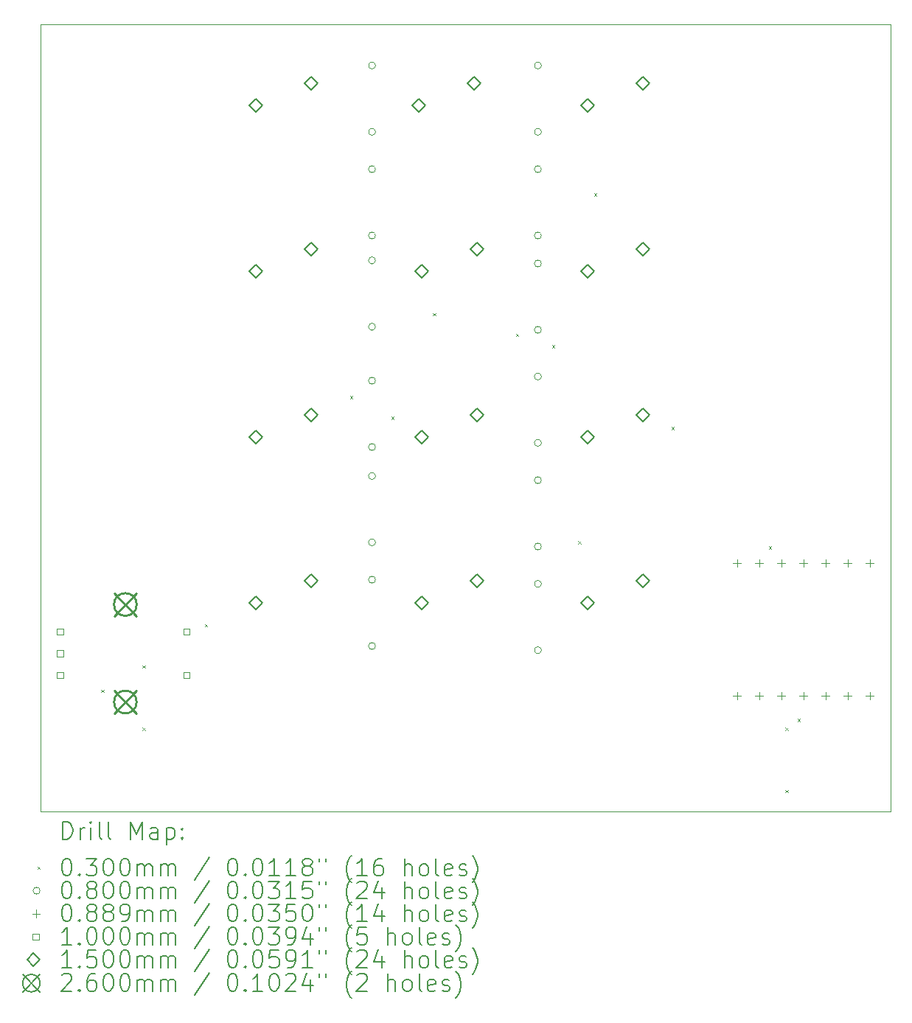
<source format=gbr>
%TF.GenerationSoftware,KiCad,Pcbnew,8.0.8*%
%TF.CreationDate,2025-02-18T21:32:51-08:00*%
%TF.ProjectId,Turtlepad,54757274-6c65-4706-9164-2e6b69636164,rev?*%
%TF.SameCoordinates,Original*%
%TF.FileFunction,Drillmap*%
%TF.FilePolarity,Positive*%
%FSLAX45Y45*%
G04 Gerber Fmt 4.5, Leading zero omitted, Abs format (unit mm)*
G04 Created by KiCad (PCBNEW 8.0.8) date 2025-02-18 21:32:51*
%MOMM*%
%LPD*%
G01*
G04 APERTURE LIST*
%ADD10C,0.050000*%
%ADD11C,0.200000*%
%ADD12C,0.100000*%
%ADD13C,0.150000*%
%ADD14C,0.260000*%
G04 APERTURE END LIST*
D10*
X6191250Y-4286250D02*
X15954375Y-4286250D01*
X15954375Y-13335000D01*
X6191250Y-13335000D01*
X6191250Y-4286250D01*
D11*
D12*
X6890625Y-11932598D02*
X6920625Y-11962598D01*
X6920625Y-11932598D02*
X6890625Y-11962598D01*
X7366875Y-11653125D02*
X7396875Y-11683125D01*
X7396875Y-11653125D02*
X7366875Y-11683125D01*
X7366875Y-12367500D02*
X7396875Y-12397500D01*
X7396875Y-12367500D02*
X7366875Y-12397500D01*
X8081250Y-11176875D02*
X8111250Y-11206875D01*
X8111250Y-11176875D02*
X8081250Y-11206875D01*
X9748125Y-8557500D02*
X9778125Y-8587500D01*
X9778125Y-8557500D02*
X9748125Y-8587500D01*
X10224375Y-8795625D02*
X10254375Y-8825625D01*
X10254375Y-8795625D02*
X10224375Y-8825625D01*
X10700625Y-7605000D02*
X10730625Y-7635000D01*
X10730625Y-7605000D02*
X10700625Y-7635000D01*
X11653125Y-7843125D02*
X11683125Y-7873125D01*
X11683125Y-7843125D02*
X11653125Y-7873125D01*
X12069375Y-7972103D02*
X12099375Y-8002103D01*
X12099375Y-7972103D02*
X12069375Y-8002103D01*
X12367500Y-10224375D02*
X12397500Y-10254375D01*
X12397500Y-10224375D02*
X12367500Y-10254375D01*
X12552801Y-6229073D02*
X12582801Y-6259073D01*
X12582801Y-6229073D02*
X12552801Y-6259073D01*
X13439062Y-8914688D02*
X13469062Y-8944688D01*
X13469062Y-8914688D02*
X13439062Y-8944688D01*
X14557450Y-10284375D02*
X14587450Y-10314375D01*
X14587450Y-10284375D02*
X14557450Y-10314375D01*
X14748750Y-12367500D02*
X14778750Y-12397500D01*
X14778750Y-12367500D02*
X14748750Y-12397500D01*
X14748750Y-13081875D02*
X14778750Y-13111875D01*
X14778750Y-13081875D02*
X14748750Y-13111875D01*
X14887747Y-12268372D02*
X14917747Y-12298372D01*
X14917747Y-12268372D02*
X14887747Y-12298372D01*
X10041250Y-4762500D02*
G75*
G02*
X9961250Y-4762500I-40000J0D01*
G01*
X9961250Y-4762500D02*
G75*
G02*
X10041250Y-4762500I40000J0D01*
G01*
X10041250Y-5524500D02*
G75*
G02*
X9961250Y-5524500I-40000J0D01*
G01*
X9961250Y-5524500D02*
G75*
G02*
X10041250Y-5524500I40000J0D01*
G01*
X10041250Y-5953125D02*
G75*
G02*
X9961250Y-5953125I-40000J0D01*
G01*
X9961250Y-5953125D02*
G75*
G02*
X10041250Y-5953125I40000J0D01*
G01*
X10041250Y-6715125D02*
G75*
G02*
X9961250Y-6715125I-40000J0D01*
G01*
X9961250Y-6715125D02*
G75*
G02*
X10041250Y-6715125I40000J0D01*
G01*
X10041250Y-7000875D02*
G75*
G02*
X9961250Y-7000875I-40000J0D01*
G01*
X9961250Y-7000875D02*
G75*
G02*
X10041250Y-7000875I40000J0D01*
G01*
X10041250Y-7762875D02*
G75*
G02*
X9961250Y-7762875I-40000J0D01*
G01*
X9961250Y-7762875D02*
G75*
G02*
X10041250Y-7762875I40000J0D01*
G01*
X10041250Y-8382000D02*
G75*
G02*
X9961250Y-8382000I-40000J0D01*
G01*
X9961250Y-8382000D02*
G75*
G02*
X10041250Y-8382000I40000J0D01*
G01*
X10041250Y-9144000D02*
G75*
G02*
X9961250Y-9144000I-40000J0D01*
G01*
X9961250Y-9144000D02*
G75*
G02*
X10041250Y-9144000I40000J0D01*
G01*
X10041250Y-9477375D02*
G75*
G02*
X9961250Y-9477375I-40000J0D01*
G01*
X9961250Y-9477375D02*
G75*
G02*
X10041250Y-9477375I40000J0D01*
G01*
X10041250Y-10239375D02*
G75*
G02*
X9961250Y-10239375I-40000J0D01*
G01*
X9961250Y-10239375D02*
G75*
G02*
X10041250Y-10239375I40000J0D01*
G01*
X10041250Y-10668000D02*
G75*
G02*
X9961250Y-10668000I-40000J0D01*
G01*
X9961250Y-10668000D02*
G75*
G02*
X10041250Y-10668000I40000J0D01*
G01*
X10041250Y-11430000D02*
G75*
G02*
X9961250Y-11430000I-40000J0D01*
G01*
X9961250Y-11430000D02*
G75*
G02*
X10041250Y-11430000I40000J0D01*
G01*
X11946250Y-4762500D02*
G75*
G02*
X11866250Y-4762500I-40000J0D01*
G01*
X11866250Y-4762500D02*
G75*
G02*
X11946250Y-4762500I40000J0D01*
G01*
X11946250Y-5524500D02*
G75*
G02*
X11866250Y-5524500I-40000J0D01*
G01*
X11866250Y-5524500D02*
G75*
G02*
X11946250Y-5524500I40000J0D01*
G01*
X11946250Y-5953125D02*
G75*
G02*
X11866250Y-5953125I-40000J0D01*
G01*
X11866250Y-5953125D02*
G75*
G02*
X11946250Y-5953125I40000J0D01*
G01*
X11946250Y-6715125D02*
G75*
G02*
X11866250Y-6715125I-40000J0D01*
G01*
X11866250Y-6715125D02*
G75*
G02*
X11946250Y-6715125I40000J0D01*
G01*
X11946250Y-7035625D02*
G75*
G02*
X11866250Y-7035625I-40000J0D01*
G01*
X11866250Y-7035625D02*
G75*
G02*
X11946250Y-7035625I40000J0D01*
G01*
X11946250Y-7797625D02*
G75*
G02*
X11866250Y-7797625I-40000J0D01*
G01*
X11866250Y-7797625D02*
G75*
G02*
X11946250Y-7797625I40000J0D01*
G01*
X11946250Y-8334375D02*
G75*
G02*
X11866250Y-8334375I-40000J0D01*
G01*
X11866250Y-8334375D02*
G75*
G02*
X11946250Y-8334375I40000J0D01*
G01*
X11946250Y-9096375D02*
G75*
G02*
X11866250Y-9096375I-40000J0D01*
G01*
X11866250Y-9096375D02*
G75*
G02*
X11946250Y-9096375I40000J0D01*
G01*
X11946250Y-9525000D02*
G75*
G02*
X11866250Y-9525000I-40000J0D01*
G01*
X11866250Y-9525000D02*
G75*
G02*
X11946250Y-9525000I40000J0D01*
G01*
X11946250Y-10287000D02*
G75*
G02*
X11866250Y-10287000I-40000J0D01*
G01*
X11866250Y-10287000D02*
G75*
G02*
X11946250Y-10287000I40000J0D01*
G01*
X11946250Y-10715625D02*
G75*
G02*
X11866250Y-10715625I-40000J0D01*
G01*
X11866250Y-10715625D02*
G75*
G02*
X11946250Y-10715625I40000J0D01*
G01*
X11946250Y-11477625D02*
G75*
G02*
X11866250Y-11477625I-40000J0D01*
G01*
X11866250Y-11477625D02*
G75*
G02*
X11946250Y-11477625I40000J0D01*
G01*
X14192250Y-10433050D02*
X14192250Y-10521950D01*
X14147800Y-10477500D02*
X14236700Y-10477500D01*
X14192250Y-11957050D02*
X14192250Y-12045950D01*
X14147800Y-12001500D02*
X14236700Y-12001500D01*
X14446250Y-10433050D02*
X14446250Y-10521950D01*
X14401800Y-10477500D02*
X14490700Y-10477500D01*
X14446250Y-11957050D02*
X14446250Y-12045950D01*
X14401800Y-12001500D02*
X14490700Y-12001500D01*
X14700250Y-10433050D02*
X14700250Y-10521950D01*
X14655800Y-10477500D02*
X14744700Y-10477500D01*
X14700250Y-11957050D02*
X14700250Y-12045950D01*
X14655800Y-12001500D02*
X14744700Y-12001500D01*
X14954250Y-10433050D02*
X14954250Y-10521950D01*
X14909800Y-10477500D02*
X14998700Y-10477500D01*
X14954250Y-11957050D02*
X14954250Y-12045950D01*
X14909800Y-12001500D02*
X14998700Y-12001500D01*
X15208250Y-10433050D02*
X15208250Y-10521950D01*
X15163800Y-10477500D02*
X15252700Y-10477500D01*
X15208250Y-11957050D02*
X15208250Y-12045950D01*
X15163800Y-12001500D02*
X15252700Y-12001500D01*
X15462250Y-10433050D02*
X15462250Y-10521950D01*
X15417800Y-10477500D02*
X15506700Y-10477500D01*
X15462250Y-11957050D02*
X15462250Y-12045950D01*
X15417800Y-12001500D02*
X15506700Y-12001500D01*
X15716250Y-10433050D02*
X15716250Y-10521950D01*
X15671800Y-10477500D02*
X15760700Y-10477500D01*
X15716250Y-11957050D02*
X15716250Y-12045950D01*
X15671800Y-12001500D02*
X15760700Y-12001500D01*
X6454106Y-11299106D02*
X6454106Y-11228394D01*
X6383394Y-11228394D01*
X6383394Y-11299106D01*
X6454106Y-11299106D01*
X6454106Y-11549106D02*
X6454106Y-11478394D01*
X6383394Y-11478394D01*
X6383394Y-11549106D01*
X6454106Y-11549106D01*
X6454106Y-11799106D02*
X6454106Y-11728394D01*
X6383394Y-11728394D01*
X6383394Y-11799106D01*
X6454106Y-11799106D01*
X7904106Y-11299106D02*
X7904106Y-11228394D01*
X7833394Y-11228394D01*
X7833394Y-11299106D01*
X7904106Y-11299106D01*
X7904106Y-11799106D02*
X7904106Y-11728394D01*
X7833394Y-11728394D01*
X7833394Y-11799106D01*
X7904106Y-11799106D01*
D13*
X8667750Y-5297875D02*
X8742750Y-5222875D01*
X8667750Y-5147875D01*
X8592750Y-5222875D01*
X8667750Y-5297875D01*
X8667750Y-7202875D02*
X8742750Y-7127875D01*
X8667750Y-7052875D01*
X8592750Y-7127875D01*
X8667750Y-7202875D01*
X8667750Y-9107875D02*
X8742750Y-9032875D01*
X8667750Y-8957875D01*
X8592750Y-9032875D01*
X8667750Y-9107875D01*
X8667750Y-11012875D02*
X8742750Y-10937875D01*
X8667750Y-10862875D01*
X8592750Y-10937875D01*
X8667750Y-11012875D01*
X9302750Y-5043875D02*
X9377750Y-4968875D01*
X9302750Y-4893875D01*
X9227750Y-4968875D01*
X9302750Y-5043875D01*
X9302750Y-6948875D02*
X9377750Y-6873875D01*
X9302750Y-6798875D01*
X9227750Y-6873875D01*
X9302750Y-6948875D01*
X9302750Y-8853875D02*
X9377750Y-8778875D01*
X9302750Y-8703875D01*
X9227750Y-8778875D01*
X9302750Y-8853875D01*
X9302750Y-10758875D02*
X9377750Y-10683875D01*
X9302750Y-10608875D01*
X9227750Y-10683875D01*
X9302750Y-10758875D01*
X10541000Y-5297875D02*
X10616000Y-5222875D01*
X10541000Y-5147875D01*
X10466000Y-5222875D01*
X10541000Y-5297875D01*
X10572750Y-7202875D02*
X10647750Y-7127875D01*
X10572750Y-7052875D01*
X10497750Y-7127875D01*
X10572750Y-7202875D01*
X10572750Y-9107875D02*
X10647750Y-9032875D01*
X10572750Y-8957875D01*
X10497750Y-9032875D01*
X10572750Y-9107875D01*
X10572750Y-11012875D02*
X10647750Y-10937875D01*
X10572750Y-10862875D01*
X10497750Y-10937875D01*
X10572750Y-11012875D01*
X11176000Y-5043875D02*
X11251000Y-4968875D01*
X11176000Y-4893875D01*
X11101000Y-4968875D01*
X11176000Y-5043875D01*
X11207750Y-6948875D02*
X11282750Y-6873875D01*
X11207750Y-6798875D01*
X11132750Y-6873875D01*
X11207750Y-6948875D01*
X11207750Y-8853875D02*
X11282750Y-8778875D01*
X11207750Y-8703875D01*
X11132750Y-8778875D01*
X11207750Y-8853875D01*
X11207750Y-10758875D02*
X11282750Y-10683875D01*
X11207750Y-10608875D01*
X11132750Y-10683875D01*
X11207750Y-10758875D01*
X12477750Y-5297875D02*
X12552750Y-5222875D01*
X12477750Y-5147875D01*
X12402750Y-5222875D01*
X12477750Y-5297875D01*
X12477750Y-7202875D02*
X12552750Y-7127875D01*
X12477750Y-7052875D01*
X12402750Y-7127875D01*
X12477750Y-7202875D01*
X12477750Y-9107875D02*
X12552750Y-9032875D01*
X12477750Y-8957875D01*
X12402750Y-9032875D01*
X12477750Y-9107875D01*
X12477750Y-11012875D02*
X12552750Y-10937875D01*
X12477750Y-10862875D01*
X12402750Y-10937875D01*
X12477750Y-11012875D01*
X13112750Y-5043875D02*
X13187750Y-4968875D01*
X13112750Y-4893875D01*
X13037750Y-4968875D01*
X13112750Y-5043875D01*
X13112750Y-6948875D02*
X13187750Y-6873875D01*
X13112750Y-6798875D01*
X13037750Y-6873875D01*
X13112750Y-6948875D01*
X13112750Y-8853875D02*
X13187750Y-8778875D01*
X13112750Y-8703875D01*
X13037750Y-8778875D01*
X13112750Y-8853875D01*
X13112750Y-10758875D02*
X13187750Y-10683875D01*
X13112750Y-10608875D01*
X13037750Y-10683875D01*
X13112750Y-10758875D01*
D14*
X7038750Y-10823750D02*
X7298750Y-11083750D01*
X7298750Y-10823750D02*
X7038750Y-11083750D01*
X7298750Y-10953750D02*
G75*
G02*
X7038750Y-10953750I-130000J0D01*
G01*
X7038750Y-10953750D02*
G75*
G02*
X7298750Y-10953750I130000J0D01*
G01*
X7038750Y-11943750D02*
X7298750Y-12203750D01*
X7298750Y-11943750D02*
X7038750Y-12203750D01*
X7298750Y-12073750D02*
G75*
G02*
X7038750Y-12073750I-130000J0D01*
G01*
X7038750Y-12073750D02*
G75*
G02*
X7298750Y-12073750I130000J0D01*
G01*
D11*
X6449527Y-13648984D02*
X6449527Y-13448984D01*
X6449527Y-13448984D02*
X6497146Y-13448984D01*
X6497146Y-13448984D02*
X6525717Y-13458508D01*
X6525717Y-13458508D02*
X6544765Y-13477555D01*
X6544765Y-13477555D02*
X6554289Y-13496603D01*
X6554289Y-13496603D02*
X6563812Y-13534698D01*
X6563812Y-13534698D02*
X6563812Y-13563269D01*
X6563812Y-13563269D02*
X6554289Y-13601365D01*
X6554289Y-13601365D02*
X6544765Y-13620412D01*
X6544765Y-13620412D02*
X6525717Y-13639460D01*
X6525717Y-13639460D02*
X6497146Y-13648984D01*
X6497146Y-13648984D02*
X6449527Y-13648984D01*
X6649527Y-13648984D02*
X6649527Y-13515650D01*
X6649527Y-13553746D02*
X6659051Y-13534698D01*
X6659051Y-13534698D02*
X6668574Y-13525174D01*
X6668574Y-13525174D02*
X6687622Y-13515650D01*
X6687622Y-13515650D02*
X6706670Y-13515650D01*
X6773336Y-13648984D02*
X6773336Y-13515650D01*
X6773336Y-13448984D02*
X6763812Y-13458508D01*
X6763812Y-13458508D02*
X6773336Y-13468031D01*
X6773336Y-13468031D02*
X6782860Y-13458508D01*
X6782860Y-13458508D02*
X6773336Y-13448984D01*
X6773336Y-13448984D02*
X6773336Y-13468031D01*
X6897146Y-13648984D02*
X6878098Y-13639460D01*
X6878098Y-13639460D02*
X6868574Y-13620412D01*
X6868574Y-13620412D02*
X6868574Y-13448984D01*
X7001908Y-13648984D02*
X6982860Y-13639460D01*
X6982860Y-13639460D02*
X6973336Y-13620412D01*
X6973336Y-13620412D02*
X6973336Y-13448984D01*
X7230479Y-13648984D02*
X7230479Y-13448984D01*
X7230479Y-13448984D02*
X7297146Y-13591841D01*
X7297146Y-13591841D02*
X7363812Y-13448984D01*
X7363812Y-13448984D02*
X7363812Y-13648984D01*
X7544765Y-13648984D02*
X7544765Y-13544222D01*
X7544765Y-13544222D02*
X7535241Y-13525174D01*
X7535241Y-13525174D02*
X7516193Y-13515650D01*
X7516193Y-13515650D02*
X7478098Y-13515650D01*
X7478098Y-13515650D02*
X7459051Y-13525174D01*
X7544765Y-13639460D02*
X7525717Y-13648984D01*
X7525717Y-13648984D02*
X7478098Y-13648984D01*
X7478098Y-13648984D02*
X7459051Y-13639460D01*
X7459051Y-13639460D02*
X7449527Y-13620412D01*
X7449527Y-13620412D02*
X7449527Y-13601365D01*
X7449527Y-13601365D02*
X7459051Y-13582317D01*
X7459051Y-13582317D02*
X7478098Y-13572793D01*
X7478098Y-13572793D02*
X7525717Y-13572793D01*
X7525717Y-13572793D02*
X7544765Y-13563269D01*
X7640003Y-13515650D02*
X7640003Y-13715650D01*
X7640003Y-13525174D02*
X7659051Y-13515650D01*
X7659051Y-13515650D02*
X7697146Y-13515650D01*
X7697146Y-13515650D02*
X7716193Y-13525174D01*
X7716193Y-13525174D02*
X7725717Y-13534698D01*
X7725717Y-13534698D02*
X7735241Y-13553746D01*
X7735241Y-13553746D02*
X7735241Y-13610888D01*
X7735241Y-13610888D02*
X7725717Y-13629936D01*
X7725717Y-13629936D02*
X7716193Y-13639460D01*
X7716193Y-13639460D02*
X7697146Y-13648984D01*
X7697146Y-13648984D02*
X7659051Y-13648984D01*
X7659051Y-13648984D02*
X7640003Y-13639460D01*
X7820955Y-13629936D02*
X7830479Y-13639460D01*
X7830479Y-13639460D02*
X7820955Y-13648984D01*
X7820955Y-13648984D02*
X7811432Y-13639460D01*
X7811432Y-13639460D02*
X7820955Y-13629936D01*
X7820955Y-13629936D02*
X7820955Y-13648984D01*
X7820955Y-13525174D02*
X7830479Y-13534698D01*
X7830479Y-13534698D02*
X7820955Y-13544222D01*
X7820955Y-13544222D02*
X7811432Y-13534698D01*
X7811432Y-13534698D02*
X7820955Y-13525174D01*
X7820955Y-13525174D02*
X7820955Y-13544222D01*
D12*
X6158750Y-13962500D02*
X6188750Y-13992500D01*
X6188750Y-13962500D02*
X6158750Y-13992500D01*
D11*
X6487622Y-13868984D02*
X6506670Y-13868984D01*
X6506670Y-13868984D02*
X6525717Y-13878508D01*
X6525717Y-13878508D02*
X6535241Y-13888031D01*
X6535241Y-13888031D02*
X6544765Y-13907079D01*
X6544765Y-13907079D02*
X6554289Y-13945174D01*
X6554289Y-13945174D02*
X6554289Y-13992793D01*
X6554289Y-13992793D02*
X6544765Y-14030888D01*
X6544765Y-14030888D02*
X6535241Y-14049936D01*
X6535241Y-14049936D02*
X6525717Y-14059460D01*
X6525717Y-14059460D02*
X6506670Y-14068984D01*
X6506670Y-14068984D02*
X6487622Y-14068984D01*
X6487622Y-14068984D02*
X6468574Y-14059460D01*
X6468574Y-14059460D02*
X6459051Y-14049936D01*
X6459051Y-14049936D02*
X6449527Y-14030888D01*
X6449527Y-14030888D02*
X6440003Y-13992793D01*
X6440003Y-13992793D02*
X6440003Y-13945174D01*
X6440003Y-13945174D02*
X6449527Y-13907079D01*
X6449527Y-13907079D02*
X6459051Y-13888031D01*
X6459051Y-13888031D02*
X6468574Y-13878508D01*
X6468574Y-13878508D02*
X6487622Y-13868984D01*
X6640003Y-14049936D02*
X6649527Y-14059460D01*
X6649527Y-14059460D02*
X6640003Y-14068984D01*
X6640003Y-14068984D02*
X6630479Y-14059460D01*
X6630479Y-14059460D02*
X6640003Y-14049936D01*
X6640003Y-14049936D02*
X6640003Y-14068984D01*
X6716193Y-13868984D02*
X6840003Y-13868984D01*
X6840003Y-13868984D02*
X6773336Y-13945174D01*
X6773336Y-13945174D02*
X6801908Y-13945174D01*
X6801908Y-13945174D02*
X6820955Y-13954698D01*
X6820955Y-13954698D02*
X6830479Y-13964222D01*
X6830479Y-13964222D02*
X6840003Y-13983269D01*
X6840003Y-13983269D02*
X6840003Y-14030888D01*
X6840003Y-14030888D02*
X6830479Y-14049936D01*
X6830479Y-14049936D02*
X6820955Y-14059460D01*
X6820955Y-14059460D02*
X6801908Y-14068984D01*
X6801908Y-14068984D02*
X6744765Y-14068984D01*
X6744765Y-14068984D02*
X6725717Y-14059460D01*
X6725717Y-14059460D02*
X6716193Y-14049936D01*
X6963812Y-13868984D02*
X6982860Y-13868984D01*
X6982860Y-13868984D02*
X7001908Y-13878508D01*
X7001908Y-13878508D02*
X7011432Y-13888031D01*
X7011432Y-13888031D02*
X7020955Y-13907079D01*
X7020955Y-13907079D02*
X7030479Y-13945174D01*
X7030479Y-13945174D02*
X7030479Y-13992793D01*
X7030479Y-13992793D02*
X7020955Y-14030888D01*
X7020955Y-14030888D02*
X7011432Y-14049936D01*
X7011432Y-14049936D02*
X7001908Y-14059460D01*
X7001908Y-14059460D02*
X6982860Y-14068984D01*
X6982860Y-14068984D02*
X6963812Y-14068984D01*
X6963812Y-14068984D02*
X6944765Y-14059460D01*
X6944765Y-14059460D02*
X6935241Y-14049936D01*
X6935241Y-14049936D02*
X6925717Y-14030888D01*
X6925717Y-14030888D02*
X6916193Y-13992793D01*
X6916193Y-13992793D02*
X6916193Y-13945174D01*
X6916193Y-13945174D02*
X6925717Y-13907079D01*
X6925717Y-13907079D02*
X6935241Y-13888031D01*
X6935241Y-13888031D02*
X6944765Y-13878508D01*
X6944765Y-13878508D02*
X6963812Y-13868984D01*
X7154289Y-13868984D02*
X7173336Y-13868984D01*
X7173336Y-13868984D02*
X7192384Y-13878508D01*
X7192384Y-13878508D02*
X7201908Y-13888031D01*
X7201908Y-13888031D02*
X7211432Y-13907079D01*
X7211432Y-13907079D02*
X7220955Y-13945174D01*
X7220955Y-13945174D02*
X7220955Y-13992793D01*
X7220955Y-13992793D02*
X7211432Y-14030888D01*
X7211432Y-14030888D02*
X7201908Y-14049936D01*
X7201908Y-14049936D02*
X7192384Y-14059460D01*
X7192384Y-14059460D02*
X7173336Y-14068984D01*
X7173336Y-14068984D02*
X7154289Y-14068984D01*
X7154289Y-14068984D02*
X7135241Y-14059460D01*
X7135241Y-14059460D02*
X7125717Y-14049936D01*
X7125717Y-14049936D02*
X7116193Y-14030888D01*
X7116193Y-14030888D02*
X7106670Y-13992793D01*
X7106670Y-13992793D02*
X7106670Y-13945174D01*
X7106670Y-13945174D02*
X7116193Y-13907079D01*
X7116193Y-13907079D02*
X7125717Y-13888031D01*
X7125717Y-13888031D02*
X7135241Y-13878508D01*
X7135241Y-13878508D02*
X7154289Y-13868984D01*
X7306670Y-14068984D02*
X7306670Y-13935650D01*
X7306670Y-13954698D02*
X7316193Y-13945174D01*
X7316193Y-13945174D02*
X7335241Y-13935650D01*
X7335241Y-13935650D02*
X7363813Y-13935650D01*
X7363813Y-13935650D02*
X7382860Y-13945174D01*
X7382860Y-13945174D02*
X7392384Y-13964222D01*
X7392384Y-13964222D02*
X7392384Y-14068984D01*
X7392384Y-13964222D02*
X7401908Y-13945174D01*
X7401908Y-13945174D02*
X7420955Y-13935650D01*
X7420955Y-13935650D02*
X7449527Y-13935650D01*
X7449527Y-13935650D02*
X7468574Y-13945174D01*
X7468574Y-13945174D02*
X7478098Y-13964222D01*
X7478098Y-13964222D02*
X7478098Y-14068984D01*
X7573336Y-14068984D02*
X7573336Y-13935650D01*
X7573336Y-13954698D02*
X7582860Y-13945174D01*
X7582860Y-13945174D02*
X7601908Y-13935650D01*
X7601908Y-13935650D02*
X7630479Y-13935650D01*
X7630479Y-13935650D02*
X7649527Y-13945174D01*
X7649527Y-13945174D02*
X7659051Y-13964222D01*
X7659051Y-13964222D02*
X7659051Y-14068984D01*
X7659051Y-13964222D02*
X7668574Y-13945174D01*
X7668574Y-13945174D02*
X7687622Y-13935650D01*
X7687622Y-13935650D02*
X7716193Y-13935650D01*
X7716193Y-13935650D02*
X7735241Y-13945174D01*
X7735241Y-13945174D02*
X7744765Y-13964222D01*
X7744765Y-13964222D02*
X7744765Y-14068984D01*
X8135241Y-13859460D02*
X7963813Y-14116603D01*
X8392384Y-13868984D02*
X8411432Y-13868984D01*
X8411432Y-13868984D02*
X8430479Y-13878508D01*
X8430479Y-13878508D02*
X8440003Y-13888031D01*
X8440003Y-13888031D02*
X8449527Y-13907079D01*
X8449527Y-13907079D02*
X8459051Y-13945174D01*
X8459051Y-13945174D02*
X8459051Y-13992793D01*
X8459051Y-13992793D02*
X8449527Y-14030888D01*
X8449527Y-14030888D02*
X8440003Y-14049936D01*
X8440003Y-14049936D02*
X8430479Y-14059460D01*
X8430479Y-14059460D02*
X8411432Y-14068984D01*
X8411432Y-14068984D02*
X8392384Y-14068984D01*
X8392384Y-14068984D02*
X8373336Y-14059460D01*
X8373336Y-14059460D02*
X8363813Y-14049936D01*
X8363813Y-14049936D02*
X8354289Y-14030888D01*
X8354289Y-14030888D02*
X8344765Y-13992793D01*
X8344765Y-13992793D02*
X8344765Y-13945174D01*
X8344765Y-13945174D02*
X8354289Y-13907079D01*
X8354289Y-13907079D02*
X8363813Y-13888031D01*
X8363813Y-13888031D02*
X8373336Y-13878508D01*
X8373336Y-13878508D02*
X8392384Y-13868984D01*
X8544765Y-14049936D02*
X8554289Y-14059460D01*
X8554289Y-14059460D02*
X8544765Y-14068984D01*
X8544765Y-14068984D02*
X8535241Y-14059460D01*
X8535241Y-14059460D02*
X8544765Y-14049936D01*
X8544765Y-14049936D02*
X8544765Y-14068984D01*
X8678098Y-13868984D02*
X8697146Y-13868984D01*
X8697146Y-13868984D02*
X8716194Y-13878508D01*
X8716194Y-13878508D02*
X8725718Y-13888031D01*
X8725718Y-13888031D02*
X8735241Y-13907079D01*
X8735241Y-13907079D02*
X8744765Y-13945174D01*
X8744765Y-13945174D02*
X8744765Y-13992793D01*
X8744765Y-13992793D02*
X8735241Y-14030888D01*
X8735241Y-14030888D02*
X8725718Y-14049936D01*
X8725718Y-14049936D02*
X8716194Y-14059460D01*
X8716194Y-14059460D02*
X8697146Y-14068984D01*
X8697146Y-14068984D02*
X8678098Y-14068984D01*
X8678098Y-14068984D02*
X8659051Y-14059460D01*
X8659051Y-14059460D02*
X8649527Y-14049936D01*
X8649527Y-14049936D02*
X8640003Y-14030888D01*
X8640003Y-14030888D02*
X8630479Y-13992793D01*
X8630479Y-13992793D02*
X8630479Y-13945174D01*
X8630479Y-13945174D02*
X8640003Y-13907079D01*
X8640003Y-13907079D02*
X8649527Y-13888031D01*
X8649527Y-13888031D02*
X8659051Y-13878508D01*
X8659051Y-13878508D02*
X8678098Y-13868984D01*
X8935241Y-14068984D02*
X8820956Y-14068984D01*
X8878098Y-14068984D02*
X8878098Y-13868984D01*
X8878098Y-13868984D02*
X8859051Y-13897555D01*
X8859051Y-13897555D02*
X8840003Y-13916603D01*
X8840003Y-13916603D02*
X8820956Y-13926127D01*
X9125718Y-14068984D02*
X9011432Y-14068984D01*
X9068575Y-14068984D02*
X9068575Y-13868984D01*
X9068575Y-13868984D02*
X9049527Y-13897555D01*
X9049527Y-13897555D02*
X9030479Y-13916603D01*
X9030479Y-13916603D02*
X9011432Y-13926127D01*
X9240003Y-13954698D02*
X9220956Y-13945174D01*
X9220956Y-13945174D02*
X9211432Y-13935650D01*
X9211432Y-13935650D02*
X9201908Y-13916603D01*
X9201908Y-13916603D02*
X9201908Y-13907079D01*
X9201908Y-13907079D02*
X9211432Y-13888031D01*
X9211432Y-13888031D02*
X9220956Y-13878508D01*
X9220956Y-13878508D02*
X9240003Y-13868984D01*
X9240003Y-13868984D02*
X9278099Y-13868984D01*
X9278099Y-13868984D02*
X9297146Y-13878508D01*
X9297146Y-13878508D02*
X9306670Y-13888031D01*
X9306670Y-13888031D02*
X9316194Y-13907079D01*
X9316194Y-13907079D02*
X9316194Y-13916603D01*
X9316194Y-13916603D02*
X9306670Y-13935650D01*
X9306670Y-13935650D02*
X9297146Y-13945174D01*
X9297146Y-13945174D02*
X9278099Y-13954698D01*
X9278099Y-13954698D02*
X9240003Y-13954698D01*
X9240003Y-13954698D02*
X9220956Y-13964222D01*
X9220956Y-13964222D02*
X9211432Y-13973746D01*
X9211432Y-13973746D02*
X9201908Y-13992793D01*
X9201908Y-13992793D02*
X9201908Y-14030888D01*
X9201908Y-14030888D02*
X9211432Y-14049936D01*
X9211432Y-14049936D02*
X9220956Y-14059460D01*
X9220956Y-14059460D02*
X9240003Y-14068984D01*
X9240003Y-14068984D02*
X9278099Y-14068984D01*
X9278099Y-14068984D02*
X9297146Y-14059460D01*
X9297146Y-14059460D02*
X9306670Y-14049936D01*
X9306670Y-14049936D02*
X9316194Y-14030888D01*
X9316194Y-14030888D02*
X9316194Y-13992793D01*
X9316194Y-13992793D02*
X9306670Y-13973746D01*
X9306670Y-13973746D02*
X9297146Y-13964222D01*
X9297146Y-13964222D02*
X9278099Y-13954698D01*
X9392384Y-13868984D02*
X9392384Y-13907079D01*
X9468575Y-13868984D02*
X9468575Y-13907079D01*
X9763813Y-14145174D02*
X9754289Y-14135650D01*
X9754289Y-14135650D02*
X9735241Y-14107079D01*
X9735241Y-14107079D02*
X9725718Y-14088031D01*
X9725718Y-14088031D02*
X9716194Y-14059460D01*
X9716194Y-14059460D02*
X9706670Y-14011841D01*
X9706670Y-14011841D02*
X9706670Y-13973746D01*
X9706670Y-13973746D02*
X9716194Y-13926127D01*
X9716194Y-13926127D02*
X9725718Y-13897555D01*
X9725718Y-13897555D02*
X9735241Y-13878508D01*
X9735241Y-13878508D02*
X9754289Y-13849936D01*
X9754289Y-13849936D02*
X9763813Y-13840412D01*
X9944765Y-14068984D02*
X9830480Y-14068984D01*
X9887622Y-14068984D02*
X9887622Y-13868984D01*
X9887622Y-13868984D02*
X9868575Y-13897555D01*
X9868575Y-13897555D02*
X9849527Y-13916603D01*
X9849527Y-13916603D02*
X9830480Y-13926127D01*
X10116194Y-13868984D02*
X10078099Y-13868984D01*
X10078099Y-13868984D02*
X10059051Y-13878508D01*
X10059051Y-13878508D02*
X10049527Y-13888031D01*
X10049527Y-13888031D02*
X10030480Y-13916603D01*
X10030480Y-13916603D02*
X10020956Y-13954698D01*
X10020956Y-13954698D02*
X10020956Y-14030888D01*
X10020956Y-14030888D02*
X10030480Y-14049936D01*
X10030480Y-14049936D02*
X10040003Y-14059460D01*
X10040003Y-14059460D02*
X10059051Y-14068984D01*
X10059051Y-14068984D02*
X10097146Y-14068984D01*
X10097146Y-14068984D02*
X10116194Y-14059460D01*
X10116194Y-14059460D02*
X10125718Y-14049936D01*
X10125718Y-14049936D02*
X10135241Y-14030888D01*
X10135241Y-14030888D02*
X10135241Y-13983269D01*
X10135241Y-13983269D02*
X10125718Y-13964222D01*
X10125718Y-13964222D02*
X10116194Y-13954698D01*
X10116194Y-13954698D02*
X10097146Y-13945174D01*
X10097146Y-13945174D02*
X10059051Y-13945174D01*
X10059051Y-13945174D02*
X10040003Y-13954698D01*
X10040003Y-13954698D02*
X10030480Y-13964222D01*
X10030480Y-13964222D02*
X10020956Y-13983269D01*
X10373337Y-14068984D02*
X10373337Y-13868984D01*
X10459051Y-14068984D02*
X10459051Y-13964222D01*
X10459051Y-13964222D02*
X10449527Y-13945174D01*
X10449527Y-13945174D02*
X10430480Y-13935650D01*
X10430480Y-13935650D02*
X10401908Y-13935650D01*
X10401908Y-13935650D02*
X10382861Y-13945174D01*
X10382861Y-13945174D02*
X10373337Y-13954698D01*
X10582861Y-14068984D02*
X10563813Y-14059460D01*
X10563813Y-14059460D02*
X10554289Y-14049936D01*
X10554289Y-14049936D02*
X10544765Y-14030888D01*
X10544765Y-14030888D02*
X10544765Y-13973746D01*
X10544765Y-13973746D02*
X10554289Y-13954698D01*
X10554289Y-13954698D02*
X10563813Y-13945174D01*
X10563813Y-13945174D02*
X10582861Y-13935650D01*
X10582861Y-13935650D02*
X10611432Y-13935650D01*
X10611432Y-13935650D02*
X10630480Y-13945174D01*
X10630480Y-13945174D02*
X10640003Y-13954698D01*
X10640003Y-13954698D02*
X10649527Y-13973746D01*
X10649527Y-13973746D02*
X10649527Y-14030888D01*
X10649527Y-14030888D02*
X10640003Y-14049936D01*
X10640003Y-14049936D02*
X10630480Y-14059460D01*
X10630480Y-14059460D02*
X10611432Y-14068984D01*
X10611432Y-14068984D02*
X10582861Y-14068984D01*
X10763813Y-14068984D02*
X10744765Y-14059460D01*
X10744765Y-14059460D02*
X10735242Y-14040412D01*
X10735242Y-14040412D02*
X10735242Y-13868984D01*
X10916194Y-14059460D02*
X10897146Y-14068984D01*
X10897146Y-14068984D02*
X10859051Y-14068984D01*
X10859051Y-14068984D02*
X10840003Y-14059460D01*
X10840003Y-14059460D02*
X10830480Y-14040412D01*
X10830480Y-14040412D02*
X10830480Y-13964222D01*
X10830480Y-13964222D02*
X10840003Y-13945174D01*
X10840003Y-13945174D02*
X10859051Y-13935650D01*
X10859051Y-13935650D02*
X10897146Y-13935650D01*
X10897146Y-13935650D02*
X10916194Y-13945174D01*
X10916194Y-13945174D02*
X10925718Y-13964222D01*
X10925718Y-13964222D02*
X10925718Y-13983269D01*
X10925718Y-13983269D02*
X10830480Y-14002317D01*
X11001908Y-14059460D02*
X11020956Y-14068984D01*
X11020956Y-14068984D02*
X11059051Y-14068984D01*
X11059051Y-14068984D02*
X11078099Y-14059460D01*
X11078099Y-14059460D02*
X11087623Y-14040412D01*
X11087623Y-14040412D02*
X11087623Y-14030888D01*
X11087623Y-14030888D02*
X11078099Y-14011841D01*
X11078099Y-14011841D02*
X11059051Y-14002317D01*
X11059051Y-14002317D02*
X11030480Y-14002317D01*
X11030480Y-14002317D02*
X11011432Y-13992793D01*
X11011432Y-13992793D02*
X11001908Y-13973746D01*
X11001908Y-13973746D02*
X11001908Y-13964222D01*
X11001908Y-13964222D02*
X11011432Y-13945174D01*
X11011432Y-13945174D02*
X11030480Y-13935650D01*
X11030480Y-13935650D02*
X11059051Y-13935650D01*
X11059051Y-13935650D02*
X11078099Y-13945174D01*
X11154289Y-14145174D02*
X11163813Y-14135650D01*
X11163813Y-14135650D02*
X11182861Y-14107079D01*
X11182861Y-14107079D02*
X11192384Y-14088031D01*
X11192384Y-14088031D02*
X11201908Y-14059460D01*
X11201908Y-14059460D02*
X11211432Y-14011841D01*
X11211432Y-14011841D02*
X11211432Y-13973746D01*
X11211432Y-13973746D02*
X11201908Y-13926127D01*
X11201908Y-13926127D02*
X11192384Y-13897555D01*
X11192384Y-13897555D02*
X11182861Y-13878508D01*
X11182861Y-13878508D02*
X11163813Y-13849936D01*
X11163813Y-13849936D02*
X11154289Y-13840412D01*
D12*
X6188750Y-14241500D02*
G75*
G02*
X6108750Y-14241500I-40000J0D01*
G01*
X6108750Y-14241500D02*
G75*
G02*
X6188750Y-14241500I40000J0D01*
G01*
D11*
X6487622Y-14132984D02*
X6506670Y-14132984D01*
X6506670Y-14132984D02*
X6525717Y-14142508D01*
X6525717Y-14142508D02*
X6535241Y-14152031D01*
X6535241Y-14152031D02*
X6544765Y-14171079D01*
X6544765Y-14171079D02*
X6554289Y-14209174D01*
X6554289Y-14209174D02*
X6554289Y-14256793D01*
X6554289Y-14256793D02*
X6544765Y-14294888D01*
X6544765Y-14294888D02*
X6535241Y-14313936D01*
X6535241Y-14313936D02*
X6525717Y-14323460D01*
X6525717Y-14323460D02*
X6506670Y-14332984D01*
X6506670Y-14332984D02*
X6487622Y-14332984D01*
X6487622Y-14332984D02*
X6468574Y-14323460D01*
X6468574Y-14323460D02*
X6459051Y-14313936D01*
X6459051Y-14313936D02*
X6449527Y-14294888D01*
X6449527Y-14294888D02*
X6440003Y-14256793D01*
X6440003Y-14256793D02*
X6440003Y-14209174D01*
X6440003Y-14209174D02*
X6449527Y-14171079D01*
X6449527Y-14171079D02*
X6459051Y-14152031D01*
X6459051Y-14152031D02*
X6468574Y-14142508D01*
X6468574Y-14142508D02*
X6487622Y-14132984D01*
X6640003Y-14313936D02*
X6649527Y-14323460D01*
X6649527Y-14323460D02*
X6640003Y-14332984D01*
X6640003Y-14332984D02*
X6630479Y-14323460D01*
X6630479Y-14323460D02*
X6640003Y-14313936D01*
X6640003Y-14313936D02*
X6640003Y-14332984D01*
X6763812Y-14218698D02*
X6744765Y-14209174D01*
X6744765Y-14209174D02*
X6735241Y-14199650D01*
X6735241Y-14199650D02*
X6725717Y-14180603D01*
X6725717Y-14180603D02*
X6725717Y-14171079D01*
X6725717Y-14171079D02*
X6735241Y-14152031D01*
X6735241Y-14152031D02*
X6744765Y-14142508D01*
X6744765Y-14142508D02*
X6763812Y-14132984D01*
X6763812Y-14132984D02*
X6801908Y-14132984D01*
X6801908Y-14132984D02*
X6820955Y-14142508D01*
X6820955Y-14142508D02*
X6830479Y-14152031D01*
X6830479Y-14152031D02*
X6840003Y-14171079D01*
X6840003Y-14171079D02*
X6840003Y-14180603D01*
X6840003Y-14180603D02*
X6830479Y-14199650D01*
X6830479Y-14199650D02*
X6820955Y-14209174D01*
X6820955Y-14209174D02*
X6801908Y-14218698D01*
X6801908Y-14218698D02*
X6763812Y-14218698D01*
X6763812Y-14218698D02*
X6744765Y-14228222D01*
X6744765Y-14228222D02*
X6735241Y-14237746D01*
X6735241Y-14237746D02*
X6725717Y-14256793D01*
X6725717Y-14256793D02*
X6725717Y-14294888D01*
X6725717Y-14294888D02*
X6735241Y-14313936D01*
X6735241Y-14313936D02*
X6744765Y-14323460D01*
X6744765Y-14323460D02*
X6763812Y-14332984D01*
X6763812Y-14332984D02*
X6801908Y-14332984D01*
X6801908Y-14332984D02*
X6820955Y-14323460D01*
X6820955Y-14323460D02*
X6830479Y-14313936D01*
X6830479Y-14313936D02*
X6840003Y-14294888D01*
X6840003Y-14294888D02*
X6840003Y-14256793D01*
X6840003Y-14256793D02*
X6830479Y-14237746D01*
X6830479Y-14237746D02*
X6820955Y-14228222D01*
X6820955Y-14228222D02*
X6801908Y-14218698D01*
X6963812Y-14132984D02*
X6982860Y-14132984D01*
X6982860Y-14132984D02*
X7001908Y-14142508D01*
X7001908Y-14142508D02*
X7011432Y-14152031D01*
X7011432Y-14152031D02*
X7020955Y-14171079D01*
X7020955Y-14171079D02*
X7030479Y-14209174D01*
X7030479Y-14209174D02*
X7030479Y-14256793D01*
X7030479Y-14256793D02*
X7020955Y-14294888D01*
X7020955Y-14294888D02*
X7011432Y-14313936D01*
X7011432Y-14313936D02*
X7001908Y-14323460D01*
X7001908Y-14323460D02*
X6982860Y-14332984D01*
X6982860Y-14332984D02*
X6963812Y-14332984D01*
X6963812Y-14332984D02*
X6944765Y-14323460D01*
X6944765Y-14323460D02*
X6935241Y-14313936D01*
X6935241Y-14313936D02*
X6925717Y-14294888D01*
X6925717Y-14294888D02*
X6916193Y-14256793D01*
X6916193Y-14256793D02*
X6916193Y-14209174D01*
X6916193Y-14209174D02*
X6925717Y-14171079D01*
X6925717Y-14171079D02*
X6935241Y-14152031D01*
X6935241Y-14152031D02*
X6944765Y-14142508D01*
X6944765Y-14142508D02*
X6963812Y-14132984D01*
X7154289Y-14132984D02*
X7173336Y-14132984D01*
X7173336Y-14132984D02*
X7192384Y-14142508D01*
X7192384Y-14142508D02*
X7201908Y-14152031D01*
X7201908Y-14152031D02*
X7211432Y-14171079D01*
X7211432Y-14171079D02*
X7220955Y-14209174D01*
X7220955Y-14209174D02*
X7220955Y-14256793D01*
X7220955Y-14256793D02*
X7211432Y-14294888D01*
X7211432Y-14294888D02*
X7201908Y-14313936D01*
X7201908Y-14313936D02*
X7192384Y-14323460D01*
X7192384Y-14323460D02*
X7173336Y-14332984D01*
X7173336Y-14332984D02*
X7154289Y-14332984D01*
X7154289Y-14332984D02*
X7135241Y-14323460D01*
X7135241Y-14323460D02*
X7125717Y-14313936D01*
X7125717Y-14313936D02*
X7116193Y-14294888D01*
X7116193Y-14294888D02*
X7106670Y-14256793D01*
X7106670Y-14256793D02*
X7106670Y-14209174D01*
X7106670Y-14209174D02*
X7116193Y-14171079D01*
X7116193Y-14171079D02*
X7125717Y-14152031D01*
X7125717Y-14152031D02*
X7135241Y-14142508D01*
X7135241Y-14142508D02*
X7154289Y-14132984D01*
X7306670Y-14332984D02*
X7306670Y-14199650D01*
X7306670Y-14218698D02*
X7316193Y-14209174D01*
X7316193Y-14209174D02*
X7335241Y-14199650D01*
X7335241Y-14199650D02*
X7363813Y-14199650D01*
X7363813Y-14199650D02*
X7382860Y-14209174D01*
X7382860Y-14209174D02*
X7392384Y-14228222D01*
X7392384Y-14228222D02*
X7392384Y-14332984D01*
X7392384Y-14228222D02*
X7401908Y-14209174D01*
X7401908Y-14209174D02*
X7420955Y-14199650D01*
X7420955Y-14199650D02*
X7449527Y-14199650D01*
X7449527Y-14199650D02*
X7468574Y-14209174D01*
X7468574Y-14209174D02*
X7478098Y-14228222D01*
X7478098Y-14228222D02*
X7478098Y-14332984D01*
X7573336Y-14332984D02*
X7573336Y-14199650D01*
X7573336Y-14218698D02*
X7582860Y-14209174D01*
X7582860Y-14209174D02*
X7601908Y-14199650D01*
X7601908Y-14199650D02*
X7630479Y-14199650D01*
X7630479Y-14199650D02*
X7649527Y-14209174D01*
X7649527Y-14209174D02*
X7659051Y-14228222D01*
X7659051Y-14228222D02*
X7659051Y-14332984D01*
X7659051Y-14228222D02*
X7668574Y-14209174D01*
X7668574Y-14209174D02*
X7687622Y-14199650D01*
X7687622Y-14199650D02*
X7716193Y-14199650D01*
X7716193Y-14199650D02*
X7735241Y-14209174D01*
X7735241Y-14209174D02*
X7744765Y-14228222D01*
X7744765Y-14228222D02*
X7744765Y-14332984D01*
X8135241Y-14123460D02*
X7963813Y-14380603D01*
X8392384Y-14132984D02*
X8411432Y-14132984D01*
X8411432Y-14132984D02*
X8430479Y-14142508D01*
X8430479Y-14142508D02*
X8440003Y-14152031D01*
X8440003Y-14152031D02*
X8449527Y-14171079D01*
X8449527Y-14171079D02*
X8459051Y-14209174D01*
X8459051Y-14209174D02*
X8459051Y-14256793D01*
X8459051Y-14256793D02*
X8449527Y-14294888D01*
X8449527Y-14294888D02*
X8440003Y-14313936D01*
X8440003Y-14313936D02*
X8430479Y-14323460D01*
X8430479Y-14323460D02*
X8411432Y-14332984D01*
X8411432Y-14332984D02*
X8392384Y-14332984D01*
X8392384Y-14332984D02*
X8373336Y-14323460D01*
X8373336Y-14323460D02*
X8363813Y-14313936D01*
X8363813Y-14313936D02*
X8354289Y-14294888D01*
X8354289Y-14294888D02*
X8344765Y-14256793D01*
X8344765Y-14256793D02*
X8344765Y-14209174D01*
X8344765Y-14209174D02*
X8354289Y-14171079D01*
X8354289Y-14171079D02*
X8363813Y-14152031D01*
X8363813Y-14152031D02*
X8373336Y-14142508D01*
X8373336Y-14142508D02*
X8392384Y-14132984D01*
X8544765Y-14313936D02*
X8554289Y-14323460D01*
X8554289Y-14323460D02*
X8544765Y-14332984D01*
X8544765Y-14332984D02*
X8535241Y-14323460D01*
X8535241Y-14323460D02*
X8544765Y-14313936D01*
X8544765Y-14313936D02*
X8544765Y-14332984D01*
X8678098Y-14132984D02*
X8697146Y-14132984D01*
X8697146Y-14132984D02*
X8716194Y-14142508D01*
X8716194Y-14142508D02*
X8725718Y-14152031D01*
X8725718Y-14152031D02*
X8735241Y-14171079D01*
X8735241Y-14171079D02*
X8744765Y-14209174D01*
X8744765Y-14209174D02*
X8744765Y-14256793D01*
X8744765Y-14256793D02*
X8735241Y-14294888D01*
X8735241Y-14294888D02*
X8725718Y-14313936D01*
X8725718Y-14313936D02*
X8716194Y-14323460D01*
X8716194Y-14323460D02*
X8697146Y-14332984D01*
X8697146Y-14332984D02*
X8678098Y-14332984D01*
X8678098Y-14332984D02*
X8659051Y-14323460D01*
X8659051Y-14323460D02*
X8649527Y-14313936D01*
X8649527Y-14313936D02*
X8640003Y-14294888D01*
X8640003Y-14294888D02*
X8630479Y-14256793D01*
X8630479Y-14256793D02*
X8630479Y-14209174D01*
X8630479Y-14209174D02*
X8640003Y-14171079D01*
X8640003Y-14171079D02*
X8649527Y-14152031D01*
X8649527Y-14152031D02*
X8659051Y-14142508D01*
X8659051Y-14142508D02*
X8678098Y-14132984D01*
X8811432Y-14132984D02*
X8935241Y-14132984D01*
X8935241Y-14132984D02*
X8868575Y-14209174D01*
X8868575Y-14209174D02*
X8897146Y-14209174D01*
X8897146Y-14209174D02*
X8916194Y-14218698D01*
X8916194Y-14218698D02*
X8925718Y-14228222D01*
X8925718Y-14228222D02*
X8935241Y-14247269D01*
X8935241Y-14247269D02*
X8935241Y-14294888D01*
X8935241Y-14294888D02*
X8925718Y-14313936D01*
X8925718Y-14313936D02*
X8916194Y-14323460D01*
X8916194Y-14323460D02*
X8897146Y-14332984D01*
X8897146Y-14332984D02*
X8840003Y-14332984D01*
X8840003Y-14332984D02*
X8820956Y-14323460D01*
X8820956Y-14323460D02*
X8811432Y-14313936D01*
X9125718Y-14332984D02*
X9011432Y-14332984D01*
X9068575Y-14332984D02*
X9068575Y-14132984D01*
X9068575Y-14132984D02*
X9049527Y-14161555D01*
X9049527Y-14161555D02*
X9030479Y-14180603D01*
X9030479Y-14180603D02*
X9011432Y-14190127D01*
X9306670Y-14132984D02*
X9211432Y-14132984D01*
X9211432Y-14132984D02*
X9201908Y-14228222D01*
X9201908Y-14228222D02*
X9211432Y-14218698D01*
X9211432Y-14218698D02*
X9230479Y-14209174D01*
X9230479Y-14209174D02*
X9278099Y-14209174D01*
X9278099Y-14209174D02*
X9297146Y-14218698D01*
X9297146Y-14218698D02*
X9306670Y-14228222D01*
X9306670Y-14228222D02*
X9316194Y-14247269D01*
X9316194Y-14247269D02*
X9316194Y-14294888D01*
X9316194Y-14294888D02*
X9306670Y-14313936D01*
X9306670Y-14313936D02*
X9297146Y-14323460D01*
X9297146Y-14323460D02*
X9278099Y-14332984D01*
X9278099Y-14332984D02*
X9230479Y-14332984D01*
X9230479Y-14332984D02*
X9211432Y-14323460D01*
X9211432Y-14323460D02*
X9201908Y-14313936D01*
X9392384Y-14132984D02*
X9392384Y-14171079D01*
X9468575Y-14132984D02*
X9468575Y-14171079D01*
X9763813Y-14409174D02*
X9754289Y-14399650D01*
X9754289Y-14399650D02*
X9735241Y-14371079D01*
X9735241Y-14371079D02*
X9725718Y-14352031D01*
X9725718Y-14352031D02*
X9716194Y-14323460D01*
X9716194Y-14323460D02*
X9706670Y-14275841D01*
X9706670Y-14275841D02*
X9706670Y-14237746D01*
X9706670Y-14237746D02*
X9716194Y-14190127D01*
X9716194Y-14190127D02*
X9725718Y-14161555D01*
X9725718Y-14161555D02*
X9735241Y-14142508D01*
X9735241Y-14142508D02*
X9754289Y-14113936D01*
X9754289Y-14113936D02*
X9763813Y-14104412D01*
X9830480Y-14152031D02*
X9840003Y-14142508D01*
X9840003Y-14142508D02*
X9859051Y-14132984D01*
X9859051Y-14132984D02*
X9906670Y-14132984D01*
X9906670Y-14132984D02*
X9925718Y-14142508D01*
X9925718Y-14142508D02*
X9935241Y-14152031D01*
X9935241Y-14152031D02*
X9944765Y-14171079D01*
X9944765Y-14171079D02*
X9944765Y-14190127D01*
X9944765Y-14190127D02*
X9935241Y-14218698D01*
X9935241Y-14218698D02*
X9820956Y-14332984D01*
X9820956Y-14332984D02*
X9944765Y-14332984D01*
X10116194Y-14199650D02*
X10116194Y-14332984D01*
X10068575Y-14123460D02*
X10020956Y-14266317D01*
X10020956Y-14266317D02*
X10144765Y-14266317D01*
X10373337Y-14332984D02*
X10373337Y-14132984D01*
X10459051Y-14332984D02*
X10459051Y-14228222D01*
X10459051Y-14228222D02*
X10449527Y-14209174D01*
X10449527Y-14209174D02*
X10430480Y-14199650D01*
X10430480Y-14199650D02*
X10401908Y-14199650D01*
X10401908Y-14199650D02*
X10382861Y-14209174D01*
X10382861Y-14209174D02*
X10373337Y-14218698D01*
X10582861Y-14332984D02*
X10563813Y-14323460D01*
X10563813Y-14323460D02*
X10554289Y-14313936D01*
X10554289Y-14313936D02*
X10544765Y-14294888D01*
X10544765Y-14294888D02*
X10544765Y-14237746D01*
X10544765Y-14237746D02*
X10554289Y-14218698D01*
X10554289Y-14218698D02*
X10563813Y-14209174D01*
X10563813Y-14209174D02*
X10582861Y-14199650D01*
X10582861Y-14199650D02*
X10611432Y-14199650D01*
X10611432Y-14199650D02*
X10630480Y-14209174D01*
X10630480Y-14209174D02*
X10640003Y-14218698D01*
X10640003Y-14218698D02*
X10649527Y-14237746D01*
X10649527Y-14237746D02*
X10649527Y-14294888D01*
X10649527Y-14294888D02*
X10640003Y-14313936D01*
X10640003Y-14313936D02*
X10630480Y-14323460D01*
X10630480Y-14323460D02*
X10611432Y-14332984D01*
X10611432Y-14332984D02*
X10582861Y-14332984D01*
X10763813Y-14332984D02*
X10744765Y-14323460D01*
X10744765Y-14323460D02*
X10735242Y-14304412D01*
X10735242Y-14304412D02*
X10735242Y-14132984D01*
X10916194Y-14323460D02*
X10897146Y-14332984D01*
X10897146Y-14332984D02*
X10859051Y-14332984D01*
X10859051Y-14332984D02*
X10840003Y-14323460D01*
X10840003Y-14323460D02*
X10830480Y-14304412D01*
X10830480Y-14304412D02*
X10830480Y-14228222D01*
X10830480Y-14228222D02*
X10840003Y-14209174D01*
X10840003Y-14209174D02*
X10859051Y-14199650D01*
X10859051Y-14199650D02*
X10897146Y-14199650D01*
X10897146Y-14199650D02*
X10916194Y-14209174D01*
X10916194Y-14209174D02*
X10925718Y-14228222D01*
X10925718Y-14228222D02*
X10925718Y-14247269D01*
X10925718Y-14247269D02*
X10830480Y-14266317D01*
X11001908Y-14323460D02*
X11020956Y-14332984D01*
X11020956Y-14332984D02*
X11059051Y-14332984D01*
X11059051Y-14332984D02*
X11078099Y-14323460D01*
X11078099Y-14323460D02*
X11087623Y-14304412D01*
X11087623Y-14304412D02*
X11087623Y-14294888D01*
X11087623Y-14294888D02*
X11078099Y-14275841D01*
X11078099Y-14275841D02*
X11059051Y-14266317D01*
X11059051Y-14266317D02*
X11030480Y-14266317D01*
X11030480Y-14266317D02*
X11011432Y-14256793D01*
X11011432Y-14256793D02*
X11001908Y-14237746D01*
X11001908Y-14237746D02*
X11001908Y-14228222D01*
X11001908Y-14228222D02*
X11011432Y-14209174D01*
X11011432Y-14209174D02*
X11030480Y-14199650D01*
X11030480Y-14199650D02*
X11059051Y-14199650D01*
X11059051Y-14199650D02*
X11078099Y-14209174D01*
X11154289Y-14409174D02*
X11163813Y-14399650D01*
X11163813Y-14399650D02*
X11182861Y-14371079D01*
X11182861Y-14371079D02*
X11192384Y-14352031D01*
X11192384Y-14352031D02*
X11201908Y-14323460D01*
X11201908Y-14323460D02*
X11211432Y-14275841D01*
X11211432Y-14275841D02*
X11211432Y-14237746D01*
X11211432Y-14237746D02*
X11201908Y-14190127D01*
X11201908Y-14190127D02*
X11192384Y-14161555D01*
X11192384Y-14161555D02*
X11182861Y-14142508D01*
X11182861Y-14142508D02*
X11163813Y-14113936D01*
X11163813Y-14113936D02*
X11154289Y-14104412D01*
D12*
X6144300Y-14461050D02*
X6144300Y-14549950D01*
X6099850Y-14505500D02*
X6188750Y-14505500D01*
D11*
X6487622Y-14396984D02*
X6506670Y-14396984D01*
X6506670Y-14396984D02*
X6525717Y-14406508D01*
X6525717Y-14406508D02*
X6535241Y-14416031D01*
X6535241Y-14416031D02*
X6544765Y-14435079D01*
X6544765Y-14435079D02*
X6554289Y-14473174D01*
X6554289Y-14473174D02*
X6554289Y-14520793D01*
X6554289Y-14520793D02*
X6544765Y-14558888D01*
X6544765Y-14558888D02*
X6535241Y-14577936D01*
X6535241Y-14577936D02*
X6525717Y-14587460D01*
X6525717Y-14587460D02*
X6506670Y-14596984D01*
X6506670Y-14596984D02*
X6487622Y-14596984D01*
X6487622Y-14596984D02*
X6468574Y-14587460D01*
X6468574Y-14587460D02*
X6459051Y-14577936D01*
X6459051Y-14577936D02*
X6449527Y-14558888D01*
X6449527Y-14558888D02*
X6440003Y-14520793D01*
X6440003Y-14520793D02*
X6440003Y-14473174D01*
X6440003Y-14473174D02*
X6449527Y-14435079D01*
X6449527Y-14435079D02*
X6459051Y-14416031D01*
X6459051Y-14416031D02*
X6468574Y-14406508D01*
X6468574Y-14406508D02*
X6487622Y-14396984D01*
X6640003Y-14577936D02*
X6649527Y-14587460D01*
X6649527Y-14587460D02*
X6640003Y-14596984D01*
X6640003Y-14596984D02*
X6630479Y-14587460D01*
X6630479Y-14587460D02*
X6640003Y-14577936D01*
X6640003Y-14577936D02*
X6640003Y-14596984D01*
X6763812Y-14482698D02*
X6744765Y-14473174D01*
X6744765Y-14473174D02*
X6735241Y-14463650D01*
X6735241Y-14463650D02*
X6725717Y-14444603D01*
X6725717Y-14444603D02*
X6725717Y-14435079D01*
X6725717Y-14435079D02*
X6735241Y-14416031D01*
X6735241Y-14416031D02*
X6744765Y-14406508D01*
X6744765Y-14406508D02*
X6763812Y-14396984D01*
X6763812Y-14396984D02*
X6801908Y-14396984D01*
X6801908Y-14396984D02*
X6820955Y-14406508D01*
X6820955Y-14406508D02*
X6830479Y-14416031D01*
X6830479Y-14416031D02*
X6840003Y-14435079D01*
X6840003Y-14435079D02*
X6840003Y-14444603D01*
X6840003Y-14444603D02*
X6830479Y-14463650D01*
X6830479Y-14463650D02*
X6820955Y-14473174D01*
X6820955Y-14473174D02*
X6801908Y-14482698D01*
X6801908Y-14482698D02*
X6763812Y-14482698D01*
X6763812Y-14482698D02*
X6744765Y-14492222D01*
X6744765Y-14492222D02*
X6735241Y-14501746D01*
X6735241Y-14501746D02*
X6725717Y-14520793D01*
X6725717Y-14520793D02*
X6725717Y-14558888D01*
X6725717Y-14558888D02*
X6735241Y-14577936D01*
X6735241Y-14577936D02*
X6744765Y-14587460D01*
X6744765Y-14587460D02*
X6763812Y-14596984D01*
X6763812Y-14596984D02*
X6801908Y-14596984D01*
X6801908Y-14596984D02*
X6820955Y-14587460D01*
X6820955Y-14587460D02*
X6830479Y-14577936D01*
X6830479Y-14577936D02*
X6840003Y-14558888D01*
X6840003Y-14558888D02*
X6840003Y-14520793D01*
X6840003Y-14520793D02*
X6830479Y-14501746D01*
X6830479Y-14501746D02*
X6820955Y-14492222D01*
X6820955Y-14492222D02*
X6801908Y-14482698D01*
X6954289Y-14482698D02*
X6935241Y-14473174D01*
X6935241Y-14473174D02*
X6925717Y-14463650D01*
X6925717Y-14463650D02*
X6916193Y-14444603D01*
X6916193Y-14444603D02*
X6916193Y-14435079D01*
X6916193Y-14435079D02*
X6925717Y-14416031D01*
X6925717Y-14416031D02*
X6935241Y-14406508D01*
X6935241Y-14406508D02*
X6954289Y-14396984D01*
X6954289Y-14396984D02*
X6992384Y-14396984D01*
X6992384Y-14396984D02*
X7011432Y-14406508D01*
X7011432Y-14406508D02*
X7020955Y-14416031D01*
X7020955Y-14416031D02*
X7030479Y-14435079D01*
X7030479Y-14435079D02*
X7030479Y-14444603D01*
X7030479Y-14444603D02*
X7020955Y-14463650D01*
X7020955Y-14463650D02*
X7011432Y-14473174D01*
X7011432Y-14473174D02*
X6992384Y-14482698D01*
X6992384Y-14482698D02*
X6954289Y-14482698D01*
X6954289Y-14482698D02*
X6935241Y-14492222D01*
X6935241Y-14492222D02*
X6925717Y-14501746D01*
X6925717Y-14501746D02*
X6916193Y-14520793D01*
X6916193Y-14520793D02*
X6916193Y-14558888D01*
X6916193Y-14558888D02*
X6925717Y-14577936D01*
X6925717Y-14577936D02*
X6935241Y-14587460D01*
X6935241Y-14587460D02*
X6954289Y-14596984D01*
X6954289Y-14596984D02*
X6992384Y-14596984D01*
X6992384Y-14596984D02*
X7011432Y-14587460D01*
X7011432Y-14587460D02*
X7020955Y-14577936D01*
X7020955Y-14577936D02*
X7030479Y-14558888D01*
X7030479Y-14558888D02*
X7030479Y-14520793D01*
X7030479Y-14520793D02*
X7020955Y-14501746D01*
X7020955Y-14501746D02*
X7011432Y-14492222D01*
X7011432Y-14492222D02*
X6992384Y-14482698D01*
X7125717Y-14596984D02*
X7163812Y-14596984D01*
X7163812Y-14596984D02*
X7182860Y-14587460D01*
X7182860Y-14587460D02*
X7192384Y-14577936D01*
X7192384Y-14577936D02*
X7211432Y-14549365D01*
X7211432Y-14549365D02*
X7220955Y-14511269D01*
X7220955Y-14511269D02*
X7220955Y-14435079D01*
X7220955Y-14435079D02*
X7211432Y-14416031D01*
X7211432Y-14416031D02*
X7201908Y-14406508D01*
X7201908Y-14406508D02*
X7182860Y-14396984D01*
X7182860Y-14396984D02*
X7144765Y-14396984D01*
X7144765Y-14396984D02*
X7125717Y-14406508D01*
X7125717Y-14406508D02*
X7116193Y-14416031D01*
X7116193Y-14416031D02*
X7106670Y-14435079D01*
X7106670Y-14435079D02*
X7106670Y-14482698D01*
X7106670Y-14482698D02*
X7116193Y-14501746D01*
X7116193Y-14501746D02*
X7125717Y-14511269D01*
X7125717Y-14511269D02*
X7144765Y-14520793D01*
X7144765Y-14520793D02*
X7182860Y-14520793D01*
X7182860Y-14520793D02*
X7201908Y-14511269D01*
X7201908Y-14511269D02*
X7211432Y-14501746D01*
X7211432Y-14501746D02*
X7220955Y-14482698D01*
X7306670Y-14596984D02*
X7306670Y-14463650D01*
X7306670Y-14482698D02*
X7316193Y-14473174D01*
X7316193Y-14473174D02*
X7335241Y-14463650D01*
X7335241Y-14463650D02*
X7363813Y-14463650D01*
X7363813Y-14463650D02*
X7382860Y-14473174D01*
X7382860Y-14473174D02*
X7392384Y-14492222D01*
X7392384Y-14492222D02*
X7392384Y-14596984D01*
X7392384Y-14492222D02*
X7401908Y-14473174D01*
X7401908Y-14473174D02*
X7420955Y-14463650D01*
X7420955Y-14463650D02*
X7449527Y-14463650D01*
X7449527Y-14463650D02*
X7468574Y-14473174D01*
X7468574Y-14473174D02*
X7478098Y-14492222D01*
X7478098Y-14492222D02*
X7478098Y-14596984D01*
X7573336Y-14596984D02*
X7573336Y-14463650D01*
X7573336Y-14482698D02*
X7582860Y-14473174D01*
X7582860Y-14473174D02*
X7601908Y-14463650D01*
X7601908Y-14463650D02*
X7630479Y-14463650D01*
X7630479Y-14463650D02*
X7649527Y-14473174D01*
X7649527Y-14473174D02*
X7659051Y-14492222D01*
X7659051Y-14492222D02*
X7659051Y-14596984D01*
X7659051Y-14492222D02*
X7668574Y-14473174D01*
X7668574Y-14473174D02*
X7687622Y-14463650D01*
X7687622Y-14463650D02*
X7716193Y-14463650D01*
X7716193Y-14463650D02*
X7735241Y-14473174D01*
X7735241Y-14473174D02*
X7744765Y-14492222D01*
X7744765Y-14492222D02*
X7744765Y-14596984D01*
X8135241Y-14387460D02*
X7963813Y-14644603D01*
X8392384Y-14396984D02*
X8411432Y-14396984D01*
X8411432Y-14396984D02*
X8430479Y-14406508D01*
X8430479Y-14406508D02*
X8440003Y-14416031D01*
X8440003Y-14416031D02*
X8449527Y-14435079D01*
X8449527Y-14435079D02*
X8459051Y-14473174D01*
X8459051Y-14473174D02*
X8459051Y-14520793D01*
X8459051Y-14520793D02*
X8449527Y-14558888D01*
X8449527Y-14558888D02*
X8440003Y-14577936D01*
X8440003Y-14577936D02*
X8430479Y-14587460D01*
X8430479Y-14587460D02*
X8411432Y-14596984D01*
X8411432Y-14596984D02*
X8392384Y-14596984D01*
X8392384Y-14596984D02*
X8373336Y-14587460D01*
X8373336Y-14587460D02*
X8363813Y-14577936D01*
X8363813Y-14577936D02*
X8354289Y-14558888D01*
X8354289Y-14558888D02*
X8344765Y-14520793D01*
X8344765Y-14520793D02*
X8344765Y-14473174D01*
X8344765Y-14473174D02*
X8354289Y-14435079D01*
X8354289Y-14435079D02*
X8363813Y-14416031D01*
X8363813Y-14416031D02*
X8373336Y-14406508D01*
X8373336Y-14406508D02*
X8392384Y-14396984D01*
X8544765Y-14577936D02*
X8554289Y-14587460D01*
X8554289Y-14587460D02*
X8544765Y-14596984D01*
X8544765Y-14596984D02*
X8535241Y-14587460D01*
X8535241Y-14587460D02*
X8544765Y-14577936D01*
X8544765Y-14577936D02*
X8544765Y-14596984D01*
X8678098Y-14396984D02*
X8697146Y-14396984D01*
X8697146Y-14396984D02*
X8716194Y-14406508D01*
X8716194Y-14406508D02*
X8725718Y-14416031D01*
X8725718Y-14416031D02*
X8735241Y-14435079D01*
X8735241Y-14435079D02*
X8744765Y-14473174D01*
X8744765Y-14473174D02*
X8744765Y-14520793D01*
X8744765Y-14520793D02*
X8735241Y-14558888D01*
X8735241Y-14558888D02*
X8725718Y-14577936D01*
X8725718Y-14577936D02*
X8716194Y-14587460D01*
X8716194Y-14587460D02*
X8697146Y-14596984D01*
X8697146Y-14596984D02*
X8678098Y-14596984D01*
X8678098Y-14596984D02*
X8659051Y-14587460D01*
X8659051Y-14587460D02*
X8649527Y-14577936D01*
X8649527Y-14577936D02*
X8640003Y-14558888D01*
X8640003Y-14558888D02*
X8630479Y-14520793D01*
X8630479Y-14520793D02*
X8630479Y-14473174D01*
X8630479Y-14473174D02*
X8640003Y-14435079D01*
X8640003Y-14435079D02*
X8649527Y-14416031D01*
X8649527Y-14416031D02*
X8659051Y-14406508D01*
X8659051Y-14406508D02*
X8678098Y-14396984D01*
X8811432Y-14396984D02*
X8935241Y-14396984D01*
X8935241Y-14396984D02*
X8868575Y-14473174D01*
X8868575Y-14473174D02*
X8897146Y-14473174D01*
X8897146Y-14473174D02*
X8916194Y-14482698D01*
X8916194Y-14482698D02*
X8925718Y-14492222D01*
X8925718Y-14492222D02*
X8935241Y-14511269D01*
X8935241Y-14511269D02*
X8935241Y-14558888D01*
X8935241Y-14558888D02*
X8925718Y-14577936D01*
X8925718Y-14577936D02*
X8916194Y-14587460D01*
X8916194Y-14587460D02*
X8897146Y-14596984D01*
X8897146Y-14596984D02*
X8840003Y-14596984D01*
X8840003Y-14596984D02*
X8820956Y-14587460D01*
X8820956Y-14587460D02*
X8811432Y-14577936D01*
X9116194Y-14396984D02*
X9020956Y-14396984D01*
X9020956Y-14396984D02*
X9011432Y-14492222D01*
X9011432Y-14492222D02*
X9020956Y-14482698D01*
X9020956Y-14482698D02*
X9040003Y-14473174D01*
X9040003Y-14473174D02*
X9087622Y-14473174D01*
X9087622Y-14473174D02*
X9106670Y-14482698D01*
X9106670Y-14482698D02*
X9116194Y-14492222D01*
X9116194Y-14492222D02*
X9125718Y-14511269D01*
X9125718Y-14511269D02*
X9125718Y-14558888D01*
X9125718Y-14558888D02*
X9116194Y-14577936D01*
X9116194Y-14577936D02*
X9106670Y-14587460D01*
X9106670Y-14587460D02*
X9087622Y-14596984D01*
X9087622Y-14596984D02*
X9040003Y-14596984D01*
X9040003Y-14596984D02*
X9020956Y-14587460D01*
X9020956Y-14587460D02*
X9011432Y-14577936D01*
X9249527Y-14396984D02*
X9268575Y-14396984D01*
X9268575Y-14396984D02*
X9287622Y-14406508D01*
X9287622Y-14406508D02*
X9297146Y-14416031D01*
X9297146Y-14416031D02*
X9306670Y-14435079D01*
X9306670Y-14435079D02*
X9316194Y-14473174D01*
X9316194Y-14473174D02*
X9316194Y-14520793D01*
X9316194Y-14520793D02*
X9306670Y-14558888D01*
X9306670Y-14558888D02*
X9297146Y-14577936D01*
X9297146Y-14577936D02*
X9287622Y-14587460D01*
X9287622Y-14587460D02*
X9268575Y-14596984D01*
X9268575Y-14596984D02*
X9249527Y-14596984D01*
X9249527Y-14596984D02*
X9230479Y-14587460D01*
X9230479Y-14587460D02*
X9220956Y-14577936D01*
X9220956Y-14577936D02*
X9211432Y-14558888D01*
X9211432Y-14558888D02*
X9201908Y-14520793D01*
X9201908Y-14520793D02*
X9201908Y-14473174D01*
X9201908Y-14473174D02*
X9211432Y-14435079D01*
X9211432Y-14435079D02*
X9220956Y-14416031D01*
X9220956Y-14416031D02*
X9230479Y-14406508D01*
X9230479Y-14406508D02*
X9249527Y-14396984D01*
X9392384Y-14396984D02*
X9392384Y-14435079D01*
X9468575Y-14396984D02*
X9468575Y-14435079D01*
X9763813Y-14673174D02*
X9754289Y-14663650D01*
X9754289Y-14663650D02*
X9735241Y-14635079D01*
X9735241Y-14635079D02*
X9725718Y-14616031D01*
X9725718Y-14616031D02*
X9716194Y-14587460D01*
X9716194Y-14587460D02*
X9706670Y-14539841D01*
X9706670Y-14539841D02*
X9706670Y-14501746D01*
X9706670Y-14501746D02*
X9716194Y-14454127D01*
X9716194Y-14454127D02*
X9725718Y-14425555D01*
X9725718Y-14425555D02*
X9735241Y-14406508D01*
X9735241Y-14406508D02*
X9754289Y-14377936D01*
X9754289Y-14377936D02*
X9763813Y-14368412D01*
X9944765Y-14596984D02*
X9830480Y-14596984D01*
X9887622Y-14596984D02*
X9887622Y-14396984D01*
X9887622Y-14396984D02*
X9868575Y-14425555D01*
X9868575Y-14425555D02*
X9849527Y-14444603D01*
X9849527Y-14444603D02*
X9830480Y-14454127D01*
X10116194Y-14463650D02*
X10116194Y-14596984D01*
X10068575Y-14387460D02*
X10020956Y-14530317D01*
X10020956Y-14530317D02*
X10144765Y-14530317D01*
X10373337Y-14596984D02*
X10373337Y-14396984D01*
X10459051Y-14596984D02*
X10459051Y-14492222D01*
X10459051Y-14492222D02*
X10449527Y-14473174D01*
X10449527Y-14473174D02*
X10430480Y-14463650D01*
X10430480Y-14463650D02*
X10401908Y-14463650D01*
X10401908Y-14463650D02*
X10382861Y-14473174D01*
X10382861Y-14473174D02*
X10373337Y-14482698D01*
X10582861Y-14596984D02*
X10563813Y-14587460D01*
X10563813Y-14587460D02*
X10554289Y-14577936D01*
X10554289Y-14577936D02*
X10544765Y-14558888D01*
X10544765Y-14558888D02*
X10544765Y-14501746D01*
X10544765Y-14501746D02*
X10554289Y-14482698D01*
X10554289Y-14482698D02*
X10563813Y-14473174D01*
X10563813Y-14473174D02*
X10582861Y-14463650D01*
X10582861Y-14463650D02*
X10611432Y-14463650D01*
X10611432Y-14463650D02*
X10630480Y-14473174D01*
X10630480Y-14473174D02*
X10640003Y-14482698D01*
X10640003Y-14482698D02*
X10649527Y-14501746D01*
X10649527Y-14501746D02*
X10649527Y-14558888D01*
X10649527Y-14558888D02*
X10640003Y-14577936D01*
X10640003Y-14577936D02*
X10630480Y-14587460D01*
X10630480Y-14587460D02*
X10611432Y-14596984D01*
X10611432Y-14596984D02*
X10582861Y-14596984D01*
X10763813Y-14596984D02*
X10744765Y-14587460D01*
X10744765Y-14587460D02*
X10735242Y-14568412D01*
X10735242Y-14568412D02*
X10735242Y-14396984D01*
X10916194Y-14587460D02*
X10897146Y-14596984D01*
X10897146Y-14596984D02*
X10859051Y-14596984D01*
X10859051Y-14596984D02*
X10840003Y-14587460D01*
X10840003Y-14587460D02*
X10830480Y-14568412D01*
X10830480Y-14568412D02*
X10830480Y-14492222D01*
X10830480Y-14492222D02*
X10840003Y-14473174D01*
X10840003Y-14473174D02*
X10859051Y-14463650D01*
X10859051Y-14463650D02*
X10897146Y-14463650D01*
X10897146Y-14463650D02*
X10916194Y-14473174D01*
X10916194Y-14473174D02*
X10925718Y-14492222D01*
X10925718Y-14492222D02*
X10925718Y-14511269D01*
X10925718Y-14511269D02*
X10830480Y-14530317D01*
X11001908Y-14587460D02*
X11020956Y-14596984D01*
X11020956Y-14596984D02*
X11059051Y-14596984D01*
X11059051Y-14596984D02*
X11078099Y-14587460D01*
X11078099Y-14587460D02*
X11087623Y-14568412D01*
X11087623Y-14568412D02*
X11087623Y-14558888D01*
X11087623Y-14558888D02*
X11078099Y-14539841D01*
X11078099Y-14539841D02*
X11059051Y-14530317D01*
X11059051Y-14530317D02*
X11030480Y-14530317D01*
X11030480Y-14530317D02*
X11011432Y-14520793D01*
X11011432Y-14520793D02*
X11001908Y-14501746D01*
X11001908Y-14501746D02*
X11001908Y-14492222D01*
X11001908Y-14492222D02*
X11011432Y-14473174D01*
X11011432Y-14473174D02*
X11030480Y-14463650D01*
X11030480Y-14463650D02*
X11059051Y-14463650D01*
X11059051Y-14463650D02*
X11078099Y-14473174D01*
X11154289Y-14673174D02*
X11163813Y-14663650D01*
X11163813Y-14663650D02*
X11182861Y-14635079D01*
X11182861Y-14635079D02*
X11192384Y-14616031D01*
X11192384Y-14616031D02*
X11201908Y-14587460D01*
X11201908Y-14587460D02*
X11211432Y-14539841D01*
X11211432Y-14539841D02*
X11211432Y-14501746D01*
X11211432Y-14501746D02*
X11201908Y-14454127D01*
X11201908Y-14454127D02*
X11192384Y-14425555D01*
X11192384Y-14425555D02*
X11182861Y-14406508D01*
X11182861Y-14406508D02*
X11163813Y-14377936D01*
X11163813Y-14377936D02*
X11154289Y-14368412D01*
D12*
X6174106Y-14804856D02*
X6174106Y-14734144D01*
X6103394Y-14734144D01*
X6103394Y-14804856D01*
X6174106Y-14804856D01*
D11*
X6554289Y-14860984D02*
X6440003Y-14860984D01*
X6497146Y-14860984D02*
X6497146Y-14660984D01*
X6497146Y-14660984D02*
X6478098Y-14689555D01*
X6478098Y-14689555D02*
X6459051Y-14708603D01*
X6459051Y-14708603D02*
X6440003Y-14718127D01*
X6640003Y-14841936D02*
X6649527Y-14851460D01*
X6649527Y-14851460D02*
X6640003Y-14860984D01*
X6640003Y-14860984D02*
X6630479Y-14851460D01*
X6630479Y-14851460D02*
X6640003Y-14841936D01*
X6640003Y-14841936D02*
X6640003Y-14860984D01*
X6773336Y-14660984D02*
X6792384Y-14660984D01*
X6792384Y-14660984D02*
X6811432Y-14670508D01*
X6811432Y-14670508D02*
X6820955Y-14680031D01*
X6820955Y-14680031D02*
X6830479Y-14699079D01*
X6830479Y-14699079D02*
X6840003Y-14737174D01*
X6840003Y-14737174D02*
X6840003Y-14784793D01*
X6840003Y-14784793D02*
X6830479Y-14822888D01*
X6830479Y-14822888D02*
X6820955Y-14841936D01*
X6820955Y-14841936D02*
X6811432Y-14851460D01*
X6811432Y-14851460D02*
X6792384Y-14860984D01*
X6792384Y-14860984D02*
X6773336Y-14860984D01*
X6773336Y-14860984D02*
X6754289Y-14851460D01*
X6754289Y-14851460D02*
X6744765Y-14841936D01*
X6744765Y-14841936D02*
X6735241Y-14822888D01*
X6735241Y-14822888D02*
X6725717Y-14784793D01*
X6725717Y-14784793D02*
X6725717Y-14737174D01*
X6725717Y-14737174D02*
X6735241Y-14699079D01*
X6735241Y-14699079D02*
X6744765Y-14680031D01*
X6744765Y-14680031D02*
X6754289Y-14670508D01*
X6754289Y-14670508D02*
X6773336Y-14660984D01*
X6963812Y-14660984D02*
X6982860Y-14660984D01*
X6982860Y-14660984D02*
X7001908Y-14670508D01*
X7001908Y-14670508D02*
X7011432Y-14680031D01*
X7011432Y-14680031D02*
X7020955Y-14699079D01*
X7020955Y-14699079D02*
X7030479Y-14737174D01*
X7030479Y-14737174D02*
X7030479Y-14784793D01*
X7030479Y-14784793D02*
X7020955Y-14822888D01*
X7020955Y-14822888D02*
X7011432Y-14841936D01*
X7011432Y-14841936D02*
X7001908Y-14851460D01*
X7001908Y-14851460D02*
X6982860Y-14860984D01*
X6982860Y-14860984D02*
X6963812Y-14860984D01*
X6963812Y-14860984D02*
X6944765Y-14851460D01*
X6944765Y-14851460D02*
X6935241Y-14841936D01*
X6935241Y-14841936D02*
X6925717Y-14822888D01*
X6925717Y-14822888D02*
X6916193Y-14784793D01*
X6916193Y-14784793D02*
X6916193Y-14737174D01*
X6916193Y-14737174D02*
X6925717Y-14699079D01*
X6925717Y-14699079D02*
X6935241Y-14680031D01*
X6935241Y-14680031D02*
X6944765Y-14670508D01*
X6944765Y-14670508D02*
X6963812Y-14660984D01*
X7154289Y-14660984D02*
X7173336Y-14660984D01*
X7173336Y-14660984D02*
X7192384Y-14670508D01*
X7192384Y-14670508D02*
X7201908Y-14680031D01*
X7201908Y-14680031D02*
X7211432Y-14699079D01*
X7211432Y-14699079D02*
X7220955Y-14737174D01*
X7220955Y-14737174D02*
X7220955Y-14784793D01*
X7220955Y-14784793D02*
X7211432Y-14822888D01*
X7211432Y-14822888D02*
X7201908Y-14841936D01*
X7201908Y-14841936D02*
X7192384Y-14851460D01*
X7192384Y-14851460D02*
X7173336Y-14860984D01*
X7173336Y-14860984D02*
X7154289Y-14860984D01*
X7154289Y-14860984D02*
X7135241Y-14851460D01*
X7135241Y-14851460D02*
X7125717Y-14841936D01*
X7125717Y-14841936D02*
X7116193Y-14822888D01*
X7116193Y-14822888D02*
X7106670Y-14784793D01*
X7106670Y-14784793D02*
X7106670Y-14737174D01*
X7106670Y-14737174D02*
X7116193Y-14699079D01*
X7116193Y-14699079D02*
X7125717Y-14680031D01*
X7125717Y-14680031D02*
X7135241Y-14670508D01*
X7135241Y-14670508D02*
X7154289Y-14660984D01*
X7306670Y-14860984D02*
X7306670Y-14727650D01*
X7306670Y-14746698D02*
X7316193Y-14737174D01*
X7316193Y-14737174D02*
X7335241Y-14727650D01*
X7335241Y-14727650D02*
X7363813Y-14727650D01*
X7363813Y-14727650D02*
X7382860Y-14737174D01*
X7382860Y-14737174D02*
X7392384Y-14756222D01*
X7392384Y-14756222D02*
X7392384Y-14860984D01*
X7392384Y-14756222D02*
X7401908Y-14737174D01*
X7401908Y-14737174D02*
X7420955Y-14727650D01*
X7420955Y-14727650D02*
X7449527Y-14727650D01*
X7449527Y-14727650D02*
X7468574Y-14737174D01*
X7468574Y-14737174D02*
X7478098Y-14756222D01*
X7478098Y-14756222D02*
X7478098Y-14860984D01*
X7573336Y-14860984D02*
X7573336Y-14727650D01*
X7573336Y-14746698D02*
X7582860Y-14737174D01*
X7582860Y-14737174D02*
X7601908Y-14727650D01*
X7601908Y-14727650D02*
X7630479Y-14727650D01*
X7630479Y-14727650D02*
X7649527Y-14737174D01*
X7649527Y-14737174D02*
X7659051Y-14756222D01*
X7659051Y-14756222D02*
X7659051Y-14860984D01*
X7659051Y-14756222D02*
X7668574Y-14737174D01*
X7668574Y-14737174D02*
X7687622Y-14727650D01*
X7687622Y-14727650D02*
X7716193Y-14727650D01*
X7716193Y-14727650D02*
X7735241Y-14737174D01*
X7735241Y-14737174D02*
X7744765Y-14756222D01*
X7744765Y-14756222D02*
X7744765Y-14860984D01*
X8135241Y-14651460D02*
X7963813Y-14908603D01*
X8392384Y-14660984D02*
X8411432Y-14660984D01*
X8411432Y-14660984D02*
X8430479Y-14670508D01*
X8430479Y-14670508D02*
X8440003Y-14680031D01*
X8440003Y-14680031D02*
X8449527Y-14699079D01*
X8449527Y-14699079D02*
X8459051Y-14737174D01*
X8459051Y-14737174D02*
X8459051Y-14784793D01*
X8459051Y-14784793D02*
X8449527Y-14822888D01*
X8449527Y-14822888D02*
X8440003Y-14841936D01*
X8440003Y-14841936D02*
X8430479Y-14851460D01*
X8430479Y-14851460D02*
X8411432Y-14860984D01*
X8411432Y-14860984D02*
X8392384Y-14860984D01*
X8392384Y-14860984D02*
X8373336Y-14851460D01*
X8373336Y-14851460D02*
X8363813Y-14841936D01*
X8363813Y-14841936D02*
X8354289Y-14822888D01*
X8354289Y-14822888D02*
X8344765Y-14784793D01*
X8344765Y-14784793D02*
X8344765Y-14737174D01*
X8344765Y-14737174D02*
X8354289Y-14699079D01*
X8354289Y-14699079D02*
X8363813Y-14680031D01*
X8363813Y-14680031D02*
X8373336Y-14670508D01*
X8373336Y-14670508D02*
X8392384Y-14660984D01*
X8544765Y-14841936D02*
X8554289Y-14851460D01*
X8554289Y-14851460D02*
X8544765Y-14860984D01*
X8544765Y-14860984D02*
X8535241Y-14851460D01*
X8535241Y-14851460D02*
X8544765Y-14841936D01*
X8544765Y-14841936D02*
X8544765Y-14860984D01*
X8678098Y-14660984D02*
X8697146Y-14660984D01*
X8697146Y-14660984D02*
X8716194Y-14670508D01*
X8716194Y-14670508D02*
X8725718Y-14680031D01*
X8725718Y-14680031D02*
X8735241Y-14699079D01*
X8735241Y-14699079D02*
X8744765Y-14737174D01*
X8744765Y-14737174D02*
X8744765Y-14784793D01*
X8744765Y-14784793D02*
X8735241Y-14822888D01*
X8735241Y-14822888D02*
X8725718Y-14841936D01*
X8725718Y-14841936D02*
X8716194Y-14851460D01*
X8716194Y-14851460D02*
X8697146Y-14860984D01*
X8697146Y-14860984D02*
X8678098Y-14860984D01*
X8678098Y-14860984D02*
X8659051Y-14851460D01*
X8659051Y-14851460D02*
X8649527Y-14841936D01*
X8649527Y-14841936D02*
X8640003Y-14822888D01*
X8640003Y-14822888D02*
X8630479Y-14784793D01*
X8630479Y-14784793D02*
X8630479Y-14737174D01*
X8630479Y-14737174D02*
X8640003Y-14699079D01*
X8640003Y-14699079D02*
X8649527Y-14680031D01*
X8649527Y-14680031D02*
X8659051Y-14670508D01*
X8659051Y-14670508D02*
X8678098Y-14660984D01*
X8811432Y-14660984D02*
X8935241Y-14660984D01*
X8935241Y-14660984D02*
X8868575Y-14737174D01*
X8868575Y-14737174D02*
X8897146Y-14737174D01*
X8897146Y-14737174D02*
X8916194Y-14746698D01*
X8916194Y-14746698D02*
X8925718Y-14756222D01*
X8925718Y-14756222D02*
X8935241Y-14775269D01*
X8935241Y-14775269D02*
X8935241Y-14822888D01*
X8935241Y-14822888D02*
X8925718Y-14841936D01*
X8925718Y-14841936D02*
X8916194Y-14851460D01*
X8916194Y-14851460D02*
X8897146Y-14860984D01*
X8897146Y-14860984D02*
X8840003Y-14860984D01*
X8840003Y-14860984D02*
X8820956Y-14851460D01*
X8820956Y-14851460D02*
X8811432Y-14841936D01*
X9030479Y-14860984D02*
X9068575Y-14860984D01*
X9068575Y-14860984D02*
X9087622Y-14851460D01*
X9087622Y-14851460D02*
X9097146Y-14841936D01*
X9097146Y-14841936D02*
X9116194Y-14813365D01*
X9116194Y-14813365D02*
X9125718Y-14775269D01*
X9125718Y-14775269D02*
X9125718Y-14699079D01*
X9125718Y-14699079D02*
X9116194Y-14680031D01*
X9116194Y-14680031D02*
X9106670Y-14670508D01*
X9106670Y-14670508D02*
X9087622Y-14660984D01*
X9087622Y-14660984D02*
X9049527Y-14660984D01*
X9049527Y-14660984D02*
X9030479Y-14670508D01*
X9030479Y-14670508D02*
X9020956Y-14680031D01*
X9020956Y-14680031D02*
X9011432Y-14699079D01*
X9011432Y-14699079D02*
X9011432Y-14746698D01*
X9011432Y-14746698D02*
X9020956Y-14765746D01*
X9020956Y-14765746D02*
X9030479Y-14775269D01*
X9030479Y-14775269D02*
X9049527Y-14784793D01*
X9049527Y-14784793D02*
X9087622Y-14784793D01*
X9087622Y-14784793D02*
X9106670Y-14775269D01*
X9106670Y-14775269D02*
X9116194Y-14765746D01*
X9116194Y-14765746D02*
X9125718Y-14746698D01*
X9297146Y-14727650D02*
X9297146Y-14860984D01*
X9249527Y-14651460D02*
X9201908Y-14794317D01*
X9201908Y-14794317D02*
X9325718Y-14794317D01*
X9392384Y-14660984D02*
X9392384Y-14699079D01*
X9468575Y-14660984D02*
X9468575Y-14699079D01*
X9763813Y-14937174D02*
X9754289Y-14927650D01*
X9754289Y-14927650D02*
X9735241Y-14899079D01*
X9735241Y-14899079D02*
X9725718Y-14880031D01*
X9725718Y-14880031D02*
X9716194Y-14851460D01*
X9716194Y-14851460D02*
X9706670Y-14803841D01*
X9706670Y-14803841D02*
X9706670Y-14765746D01*
X9706670Y-14765746D02*
X9716194Y-14718127D01*
X9716194Y-14718127D02*
X9725718Y-14689555D01*
X9725718Y-14689555D02*
X9735241Y-14670508D01*
X9735241Y-14670508D02*
X9754289Y-14641936D01*
X9754289Y-14641936D02*
X9763813Y-14632412D01*
X9935241Y-14660984D02*
X9840003Y-14660984D01*
X9840003Y-14660984D02*
X9830480Y-14756222D01*
X9830480Y-14756222D02*
X9840003Y-14746698D01*
X9840003Y-14746698D02*
X9859051Y-14737174D01*
X9859051Y-14737174D02*
X9906670Y-14737174D01*
X9906670Y-14737174D02*
X9925718Y-14746698D01*
X9925718Y-14746698D02*
X9935241Y-14756222D01*
X9935241Y-14756222D02*
X9944765Y-14775269D01*
X9944765Y-14775269D02*
X9944765Y-14822888D01*
X9944765Y-14822888D02*
X9935241Y-14841936D01*
X9935241Y-14841936D02*
X9925718Y-14851460D01*
X9925718Y-14851460D02*
X9906670Y-14860984D01*
X9906670Y-14860984D02*
X9859051Y-14860984D01*
X9859051Y-14860984D02*
X9840003Y-14851460D01*
X9840003Y-14851460D02*
X9830480Y-14841936D01*
X10182861Y-14860984D02*
X10182861Y-14660984D01*
X10268575Y-14860984D02*
X10268575Y-14756222D01*
X10268575Y-14756222D02*
X10259051Y-14737174D01*
X10259051Y-14737174D02*
X10240003Y-14727650D01*
X10240003Y-14727650D02*
X10211432Y-14727650D01*
X10211432Y-14727650D02*
X10192384Y-14737174D01*
X10192384Y-14737174D02*
X10182861Y-14746698D01*
X10392384Y-14860984D02*
X10373337Y-14851460D01*
X10373337Y-14851460D02*
X10363813Y-14841936D01*
X10363813Y-14841936D02*
X10354289Y-14822888D01*
X10354289Y-14822888D02*
X10354289Y-14765746D01*
X10354289Y-14765746D02*
X10363813Y-14746698D01*
X10363813Y-14746698D02*
X10373337Y-14737174D01*
X10373337Y-14737174D02*
X10392384Y-14727650D01*
X10392384Y-14727650D02*
X10420956Y-14727650D01*
X10420956Y-14727650D02*
X10440003Y-14737174D01*
X10440003Y-14737174D02*
X10449527Y-14746698D01*
X10449527Y-14746698D02*
X10459051Y-14765746D01*
X10459051Y-14765746D02*
X10459051Y-14822888D01*
X10459051Y-14822888D02*
X10449527Y-14841936D01*
X10449527Y-14841936D02*
X10440003Y-14851460D01*
X10440003Y-14851460D02*
X10420956Y-14860984D01*
X10420956Y-14860984D02*
X10392384Y-14860984D01*
X10573337Y-14860984D02*
X10554289Y-14851460D01*
X10554289Y-14851460D02*
X10544765Y-14832412D01*
X10544765Y-14832412D02*
X10544765Y-14660984D01*
X10725718Y-14851460D02*
X10706670Y-14860984D01*
X10706670Y-14860984D02*
X10668575Y-14860984D01*
X10668575Y-14860984D02*
X10649527Y-14851460D01*
X10649527Y-14851460D02*
X10640003Y-14832412D01*
X10640003Y-14832412D02*
X10640003Y-14756222D01*
X10640003Y-14756222D02*
X10649527Y-14737174D01*
X10649527Y-14737174D02*
X10668575Y-14727650D01*
X10668575Y-14727650D02*
X10706670Y-14727650D01*
X10706670Y-14727650D02*
X10725718Y-14737174D01*
X10725718Y-14737174D02*
X10735242Y-14756222D01*
X10735242Y-14756222D02*
X10735242Y-14775269D01*
X10735242Y-14775269D02*
X10640003Y-14794317D01*
X10811432Y-14851460D02*
X10830480Y-14860984D01*
X10830480Y-14860984D02*
X10868575Y-14860984D01*
X10868575Y-14860984D02*
X10887623Y-14851460D01*
X10887623Y-14851460D02*
X10897146Y-14832412D01*
X10897146Y-14832412D02*
X10897146Y-14822888D01*
X10897146Y-14822888D02*
X10887623Y-14803841D01*
X10887623Y-14803841D02*
X10868575Y-14794317D01*
X10868575Y-14794317D02*
X10840003Y-14794317D01*
X10840003Y-14794317D02*
X10820956Y-14784793D01*
X10820956Y-14784793D02*
X10811432Y-14765746D01*
X10811432Y-14765746D02*
X10811432Y-14756222D01*
X10811432Y-14756222D02*
X10820956Y-14737174D01*
X10820956Y-14737174D02*
X10840003Y-14727650D01*
X10840003Y-14727650D02*
X10868575Y-14727650D01*
X10868575Y-14727650D02*
X10887623Y-14737174D01*
X10963813Y-14937174D02*
X10973337Y-14927650D01*
X10973337Y-14927650D02*
X10992384Y-14899079D01*
X10992384Y-14899079D02*
X11001908Y-14880031D01*
X11001908Y-14880031D02*
X11011432Y-14851460D01*
X11011432Y-14851460D02*
X11020956Y-14803841D01*
X11020956Y-14803841D02*
X11020956Y-14765746D01*
X11020956Y-14765746D02*
X11011432Y-14718127D01*
X11011432Y-14718127D02*
X11001908Y-14689555D01*
X11001908Y-14689555D02*
X10992384Y-14670508D01*
X10992384Y-14670508D02*
X10973337Y-14641936D01*
X10973337Y-14641936D02*
X10963813Y-14632412D01*
D13*
X6113750Y-15108500D02*
X6188750Y-15033500D01*
X6113750Y-14958500D01*
X6038750Y-15033500D01*
X6113750Y-15108500D01*
D11*
X6554289Y-15124984D02*
X6440003Y-15124984D01*
X6497146Y-15124984D02*
X6497146Y-14924984D01*
X6497146Y-14924984D02*
X6478098Y-14953555D01*
X6478098Y-14953555D02*
X6459051Y-14972603D01*
X6459051Y-14972603D02*
X6440003Y-14982127D01*
X6640003Y-15105936D02*
X6649527Y-15115460D01*
X6649527Y-15115460D02*
X6640003Y-15124984D01*
X6640003Y-15124984D02*
X6630479Y-15115460D01*
X6630479Y-15115460D02*
X6640003Y-15105936D01*
X6640003Y-15105936D02*
X6640003Y-15124984D01*
X6830479Y-14924984D02*
X6735241Y-14924984D01*
X6735241Y-14924984D02*
X6725717Y-15020222D01*
X6725717Y-15020222D02*
X6735241Y-15010698D01*
X6735241Y-15010698D02*
X6754289Y-15001174D01*
X6754289Y-15001174D02*
X6801908Y-15001174D01*
X6801908Y-15001174D02*
X6820955Y-15010698D01*
X6820955Y-15010698D02*
X6830479Y-15020222D01*
X6830479Y-15020222D02*
X6840003Y-15039269D01*
X6840003Y-15039269D02*
X6840003Y-15086888D01*
X6840003Y-15086888D02*
X6830479Y-15105936D01*
X6830479Y-15105936D02*
X6820955Y-15115460D01*
X6820955Y-15115460D02*
X6801908Y-15124984D01*
X6801908Y-15124984D02*
X6754289Y-15124984D01*
X6754289Y-15124984D02*
X6735241Y-15115460D01*
X6735241Y-15115460D02*
X6725717Y-15105936D01*
X6963812Y-14924984D02*
X6982860Y-14924984D01*
X6982860Y-14924984D02*
X7001908Y-14934508D01*
X7001908Y-14934508D02*
X7011432Y-14944031D01*
X7011432Y-14944031D02*
X7020955Y-14963079D01*
X7020955Y-14963079D02*
X7030479Y-15001174D01*
X7030479Y-15001174D02*
X7030479Y-15048793D01*
X7030479Y-15048793D02*
X7020955Y-15086888D01*
X7020955Y-15086888D02*
X7011432Y-15105936D01*
X7011432Y-15105936D02*
X7001908Y-15115460D01*
X7001908Y-15115460D02*
X6982860Y-15124984D01*
X6982860Y-15124984D02*
X6963812Y-15124984D01*
X6963812Y-15124984D02*
X6944765Y-15115460D01*
X6944765Y-15115460D02*
X6935241Y-15105936D01*
X6935241Y-15105936D02*
X6925717Y-15086888D01*
X6925717Y-15086888D02*
X6916193Y-15048793D01*
X6916193Y-15048793D02*
X6916193Y-15001174D01*
X6916193Y-15001174D02*
X6925717Y-14963079D01*
X6925717Y-14963079D02*
X6935241Y-14944031D01*
X6935241Y-14944031D02*
X6944765Y-14934508D01*
X6944765Y-14934508D02*
X6963812Y-14924984D01*
X7154289Y-14924984D02*
X7173336Y-14924984D01*
X7173336Y-14924984D02*
X7192384Y-14934508D01*
X7192384Y-14934508D02*
X7201908Y-14944031D01*
X7201908Y-14944031D02*
X7211432Y-14963079D01*
X7211432Y-14963079D02*
X7220955Y-15001174D01*
X7220955Y-15001174D02*
X7220955Y-15048793D01*
X7220955Y-15048793D02*
X7211432Y-15086888D01*
X7211432Y-15086888D02*
X7201908Y-15105936D01*
X7201908Y-15105936D02*
X7192384Y-15115460D01*
X7192384Y-15115460D02*
X7173336Y-15124984D01*
X7173336Y-15124984D02*
X7154289Y-15124984D01*
X7154289Y-15124984D02*
X7135241Y-15115460D01*
X7135241Y-15115460D02*
X7125717Y-15105936D01*
X7125717Y-15105936D02*
X7116193Y-15086888D01*
X7116193Y-15086888D02*
X7106670Y-15048793D01*
X7106670Y-15048793D02*
X7106670Y-15001174D01*
X7106670Y-15001174D02*
X7116193Y-14963079D01*
X7116193Y-14963079D02*
X7125717Y-14944031D01*
X7125717Y-14944031D02*
X7135241Y-14934508D01*
X7135241Y-14934508D02*
X7154289Y-14924984D01*
X7306670Y-15124984D02*
X7306670Y-14991650D01*
X7306670Y-15010698D02*
X7316193Y-15001174D01*
X7316193Y-15001174D02*
X7335241Y-14991650D01*
X7335241Y-14991650D02*
X7363813Y-14991650D01*
X7363813Y-14991650D02*
X7382860Y-15001174D01*
X7382860Y-15001174D02*
X7392384Y-15020222D01*
X7392384Y-15020222D02*
X7392384Y-15124984D01*
X7392384Y-15020222D02*
X7401908Y-15001174D01*
X7401908Y-15001174D02*
X7420955Y-14991650D01*
X7420955Y-14991650D02*
X7449527Y-14991650D01*
X7449527Y-14991650D02*
X7468574Y-15001174D01*
X7468574Y-15001174D02*
X7478098Y-15020222D01*
X7478098Y-15020222D02*
X7478098Y-15124984D01*
X7573336Y-15124984D02*
X7573336Y-14991650D01*
X7573336Y-15010698D02*
X7582860Y-15001174D01*
X7582860Y-15001174D02*
X7601908Y-14991650D01*
X7601908Y-14991650D02*
X7630479Y-14991650D01*
X7630479Y-14991650D02*
X7649527Y-15001174D01*
X7649527Y-15001174D02*
X7659051Y-15020222D01*
X7659051Y-15020222D02*
X7659051Y-15124984D01*
X7659051Y-15020222D02*
X7668574Y-15001174D01*
X7668574Y-15001174D02*
X7687622Y-14991650D01*
X7687622Y-14991650D02*
X7716193Y-14991650D01*
X7716193Y-14991650D02*
X7735241Y-15001174D01*
X7735241Y-15001174D02*
X7744765Y-15020222D01*
X7744765Y-15020222D02*
X7744765Y-15124984D01*
X8135241Y-14915460D02*
X7963813Y-15172603D01*
X8392384Y-14924984D02*
X8411432Y-14924984D01*
X8411432Y-14924984D02*
X8430479Y-14934508D01*
X8430479Y-14934508D02*
X8440003Y-14944031D01*
X8440003Y-14944031D02*
X8449527Y-14963079D01*
X8449527Y-14963079D02*
X8459051Y-15001174D01*
X8459051Y-15001174D02*
X8459051Y-15048793D01*
X8459051Y-15048793D02*
X8449527Y-15086888D01*
X8449527Y-15086888D02*
X8440003Y-15105936D01*
X8440003Y-15105936D02*
X8430479Y-15115460D01*
X8430479Y-15115460D02*
X8411432Y-15124984D01*
X8411432Y-15124984D02*
X8392384Y-15124984D01*
X8392384Y-15124984D02*
X8373336Y-15115460D01*
X8373336Y-15115460D02*
X8363813Y-15105936D01*
X8363813Y-15105936D02*
X8354289Y-15086888D01*
X8354289Y-15086888D02*
X8344765Y-15048793D01*
X8344765Y-15048793D02*
X8344765Y-15001174D01*
X8344765Y-15001174D02*
X8354289Y-14963079D01*
X8354289Y-14963079D02*
X8363813Y-14944031D01*
X8363813Y-14944031D02*
X8373336Y-14934508D01*
X8373336Y-14934508D02*
X8392384Y-14924984D01*
X8544765Y-15105936D02*
X8554289Y-15115460D01*
X8554289Y-15115460D02*
X8544765Y-15124984D01*
X8544765Y-15124984D02*
X8535241Y-15115460D01*
X8535241Y-15115460D02*
X8544765Y-15105936D01*
X8544765Y-15105936D02*
X8544765Y-15124984D01*
X8678098Y-14924984D02*
X8697146Y-14924984D01*
X8697146Y-14924984D02*
X8716194Y-14934508D01*
X8716194Y-14934508D02*
X8725718Y-14944031D01*
X8725718Y-14944031D02*
X8735241Y-14963079D01*
X8735241Y-14963079D02*
X8744765Y-15001174D01*
X8744765Y-15001174D02*
X8744765Y-15048793D01*
X8744765Y-15048793D02*
X8735241Y-15086888D01*
X8735241Y-15086888D02*
X8725718Y-15105936D01*
X8725718Y-15105936D02*
X8716194Y-15115460D01*
X8716194Y-15115460D02*
X8697146Y-15124984D01*
X8697146Y-15124984D02*
X8678098Y-15124984D01*
X8678098Y-15124984D02*
X8659051Y-15115460D01*
X8659051Y-15115460D02*
X8649527Y-15105936D01*
X8649527Y-15105936D02*
X8640003Y-15086888D01*
X8640003Y-15086888D02*
X8630479Y-15048793D01*
X8630479Y-15048793D02*
X8630479Y-15001174D01*
X8630479Y-15001174D02*
X8640003Y-14963079D01*
X8640003Y-14963079D02*
X8649527Y-14944031D01*
X8649527Y-14944031D02*
X8659051Y-14934508D01*
X8659051Y-14934508D02*
X8678098Y-14924984D01*
X8925718Y-14924984D02*
X8830479Y-14924984D01*
X8830479Y-14924984D02*
X8820956Y-15020222D01*
X8820956Y-15020222D02*
X8830479Y-15010698D01*
X8830479Y-15010698D02*
X8849527Y-15001174D01*
X8849527Y-15001174D02*
X8897146Y-15001174D01*
X8897146Y-15001174D02*
X8916194Y-15010698D01*
X8916194Y-15010698D02*
X8925718Y-15020222D01*
X8925718Y-15020222D02*
X8935241Y-15039269D01*
X8935241Y-15039269D02*
X8935241Y-15086888D01*
X8935241Y-15086888D02*
X8925718Y-15105936D01*
X8925718Y-15105936D02*
X8916194Y-15115460D01*
X8916194Y-15115460D02*
X8897146Y-15124984D01*
X8897146Y-15124984D02*
X8849527Y-15124984D01*
X8849527Y-15124984D02*
X8830479Y-15115460D01*
X8830479Y-15115460D02*
X8820956Y-15105936D01*
X9030479Y-15124984D02*
X9068575Y-15124984D01*
X9068575Y-15124984D02*
X9087622Y-15115460D01*
X9087622Y-15115460D02*
X9097146Y-15105936D01*
X9097146Y-15105936D02*
X9116194Y-15077365D01*
X9116194Y-15077365D02*
X9125718Y-15039269D01*
X9125718Y-15039269D02*
X9125718Y-14963079D01*
X9125718Y-14963079D02*
X9116194Y-14944031D01*
X9116194Y-14944031D02*
X9106670Y-14934508D01*
X9106670Y-14934508D02*
X9087622Y-14924984D01*
X9087622Y-14924984D02*
X9049527Y-14924984D01*
X9049527Y-14924984D02*
X9030479Y-14934508D01*
X9030479Y-14934508D02*
X9020956Y-14944031D01*
X9020956Y-14944031D02*
X9011432Y-14963079D01*
X9011432Y-14963079D02*
X9011432Y-15010698D01*
X9011432Y-15010698D02*
X9020956Y-15029746D01*
X9020956Y-15029746D02*
X9030479Y-15039269D01*
X9030479Y-15039269D02*
X9049527Y-15048793D01*
X9049527Y-15048793D02*
X9087622Y-15048793D01*
X9087622Y-15048793D02*
X9106670Y-15039269D01*
X9106670Y-15039269D02*
X9116194Y-15029746D01*
X9116194Y-15029746D02*
X9125718Y-15010698D01*
X9316194Y-15124984D02*
X9201908Y-15124984D01*
X9259051Y-15124984D02*
X9259051Y-14924984D01*
X9259051Y-14924984D02*
X9240003Y-14953555D01*
X9240003Y-14953555D02*
X9220956Y-14972603D01*
X9220956Y-14972603D02*
X9201908Y-14982127D01*
X9392384Y-14924984D02*
X9392384Y-14963079D01*
X9468575Y-14924984D02*
X9468575Y-14963079D01*
X9763813Y-15201174D02*
X9754289Y-15191650D01*
X9754289Y-15191650D02*
X9735241Y-15163079D01*
X9735241Y-15163079D02*
X9725718Y-15144031D01*
X9725718Y-15144031D02*
X9716194Y-15115460D01*
X9716194Y-15115460D02*
X9706670Y-15067841D01*
X9706670Y-15067841D02*
X9706670Y-15029746D01*
X9706670Y-15029746D02*
X9716194Y-14982127D01*
X9716194Y-14982127D02*
X9725718Y-14953555D01*
X9725718Y-14953555D02*
X9735241Y-14934508D01*
X9735241Y-14934508D02*
X9754289Y-14905936D01*
X9754289Y-14905936D02*
X9763813Y-14896412D01*
X9830480Y-14944031D02*
X9840003Y-14934508D01*
X9840003Y-14934508D02*
X9859051Y-14924984D01*
X9859051Y-14924984D02*
X9906670Y-14924984D01*
X9906670Y-14924984D02*
X9925718Y-14934508D01*
X9925718Y-14934508D02*
X9935241Y-14944031D01*
X9935241Y-14944031D02*
X9944765Y-14963079D01*
X9944765Y-14963079D02*
X9944765Y-14982127D01*
X9944765Y-14982127D02*
X9935241Y-15010698D01*
X9935241Y-15010698D02*
X9820956Y-15124984D01*
X9820956Y-15124984D02*
X9944765Y-15124984D01*
X10116194Y-14991650D02*
X10116194Y-15124984D01*
X10068575Y-14915460D02*
X10020956Y-15058317D01*
X10020956Y-15058317D02*
X10144765Y-15058317D01*
X10373337Y-15124984D02*
X10373337Y-14924984D01*
X10459051Y-15124984D02*
X10459051Y-15020222D01*
X10459051Y-15020222D02*
X10449527Y-15001174D01*
X10449527Y-15001174D02*
X10430480Y-14991650D01*
X10430480Y-14991650D02*
X10401908Y-14991650D01*
X10401908Y-14991650D02*
X10382861Y-15001174D01*
X10382861Y-15001174D02*
X10373337Y-15010698D01*
X10582861Y-15124984D02*
X10563813Y-15115460D01*
X10563813Y-15115460D02*
X10554289Y-15105936D01*
X10554289Y-15105936D02*
X10544765Y-15086888D01*
X10544765Y-15086888D02*
X10544765Y-15029746D01*
X10544765Y-15029746D02*
X10554289Y-15010698D01*
X10554289Y-15010698D02*
X10563813Y-15001174D01*
X10563813Y-15001174D02*
X10582861Y-14991650D01*
X10582861Y-14991650D02*
X10611432Y-14991650D01*
X10611432Y-14991650D02*
X10630480Y-15001174D01*
X10630480Y-15001174D02*
X10640003Y-15010698D01*
X10640003Y-15010698D02*
X10649527Y-15029746D01*
X10649527Y-15029746D02*
X10649527Y-15086888D01*
X10649527Y-15086888D02*
X10640003Y-15105936D01*
X10640003Y-15105936D02*
X10630480Y-15115460D01*
X10630480Y-15115460D02*
X10611432Y-15124984D01*
X10611432Y-15124984D02*
X10582861Y-15124984D01*
X10763813Y-15124984D02*
X10744765Y-15115460D01*
X10744765Y-15115460D02*
X10735242Y-15096412D01*
X10735242Y-15096412D02*
X10735242Y-14924984D01*
X10916194Y-15115460D02*
X10897146Y-15124984D01*
X10897146Y-15124984D02*
X10859051Y-15124984D01*
X10859051Y-15124984D02*
X10840003Y-15115460D01*
X10840003Y-15115460D02*
X10830480Y-15096412D01*
X10830480Y-15096412D02*
X10830480Y-15020222D01*
X10830480Y-15020222D02*
X10840003Y-15001174D01*
X10840003Y-15001174D02*
X10859051Y-14991650D01*
X10859051Y-14991650D02*
X10897146Y-14991650D01*
X10897146Y-14991650D02*
X10916194Y-15001174D01*
X10916194Y-15001174D02*
X10925718Y-15020222D01*
X10925718Y-15020222D02*
X10925718Y-15039269D01*
X10925718Y-15039269D02*
X10830480Y-15058317D01*
X11001908Y-15115460D02*
X11020956Y-15124984D01*
X11020956Y-15124984D02*
X11059051Y-15124984D01*
X11059051Y-15124984D02*
X11078099Y-15115460D01*
X11078099Y-15115460D02*
X11087623Y-15096412D01*
X11087623Y-15096412D02*
X11087623Y-15086888D01*
X11087623Y-15086888D02*
X11078099Y-15067841D01*
X11078099Y-15067841D02*
X11059051Y-15058317D01*
X11059051Y-15058317D02*
X11030480Y-15058317D01*
X11030480Y-15058317D02*
X11011432Y-15048793D01*
X11011432Y-15048793D02*
X11001908Y-15029746D01*
X11001908Y-15029746D02*
X11001908Y-15020222D01*
X11001908Y-15020222D02*
X11011432Y-15001174D01*
X11011432Y-15001174D02*
X11030480Y-14991650D01*
X11030480Y-14991650D02*
X11059051Y-14991650D01*
X11059051Y-14991650D02*
X11078099Y-15001174D01*
X11154289Y-15201174D02*
X11163813Y-15191650D01*
X11163813Y-15191650D02*
X11182861Y-15163079D01*
X11182861Y-15163079D02*
X11192384Y-15144031D01*
X11192384Y-15144031D02*
X11201908Y-15115460D01*
X11201908Y-15115460D02*
X11211432Y-15067841D01*
X11211432Y-15067841D02*
X11211432Y-15029746D01*
X11211432Y-15029746D02*
X11201908Y-14982127D01*
X11201908Y-14982127D02*
X11192384Y-14953555D01*
X11192384Y-14953555D02*
X11182861Y-14934508D01*
X11182861Y-14934508D02*
X11163813Y-14905936D01*
X11163813Y-14905936D02*
X11154289Y-14896412D01*
X5988750Y-15203500D02*
X6188750Y-15403500D01*
X6188750Y-15203500D02*
X5988750Y-15403500D01*
X6188750Y-15303500D02*
G75*
G02*
X5988750Y-15303500I-100000J0D01*
G01*
X5988750Y-15303500D02*
G75*
G02*
X6188750Y-15303500I100000J0D01*
G01*
X6440003Y-15214031D02*
X6449527Y-15204508D01*
X6449527Y-15204508D02*
X6468574Y-15194984D01*
X6468574Y-15194984D02*
X6516193Y-15194984D01*
X6516193Y-15194984D02*
X6535241Y-15204508D01*
X6535241Y-15204508D02*
X6544765Y-15214031D01*
X6544765Y-15214031D02*
X6554289Y-15233079D01*
X6554289Y-15233079D02*
X6554289Y-15252127D01*
X6554289Y-15252127D02*
X6544765Y-15280698D01*
X6544765Y-15280698D02*
X6430479Y-15394984D01*
X6430479Y-15394984D02*
X6554289Y-15394984D01*
X6640003Y-15375936D02*
X6649527Y-15385460D01*
X6649527Y-15385460D02*
X6640003Y-15394984D01*
X6640003Y-15394984D02*
X6630479Y-15385460D01*
X6630479Y-15385460D02*
X6640003Y-15375936D01*
X6640003Y-15375936D02*
X6640003Y-15394984D01*
X6820955Y-15194984D02*
X6782860Y-15194984D01*
X6782860Y-15194984D02*
X6763812Y-15204508D01*
X6763812Y-15204508D02*
X6754289Y-15214031D01*
X6754289Y-15214031D02*
X6735241Y-15242603D01*
X6735241Y-15242603D02*
X6725717Y-15280698D01*
X6725717Y-15280698D02*
X6725717Y-15356888D01*
X6725717Y-15356888D02*
X6735241Y-15375936D01*
X6735241Y-15375936D02*
X6744765Y-15385460D01*
X6744765Y-15385460D02*
X6763812Y-15394984D01*
X6763812Y-15394984D02*
X6801908Y-15394984D01*
X6801908Y-15394984D02*
X6820955Y-15385460D01*
X6820955Y-15385460D02*
X6830479Y-15375936D01*
X6830479Y-15375936D02*
X6840003Y-15356888D01*
X6840003Y-15356888D02*
X6840003Y-15309269D01*
X6840003Y-15309269D02*
X6830479Y-15290222D01*
X6830479Y-15290222D02*
X6820955Y-15280698D01*
X6820955Y-15280698D02*
X6801908Y-15271174D01*
X6801908Y-15271174D02*
X6763812Y-15271174D01*
X6763812Y-15271174D02*
X6744765Y-15280698D01*
X6744765Y-15280698D02*
X6735241Y-15290222D01*
X6735241Y-15290222D02*
X6725717Y-15309269D01*
X6963812Y-15194984D02*
X6982860Y-15194984D01*
X6982860Y-15194984D02*
X7001908Y-15204508D01*
X7001908Y-15204508D02*
X7011432Y-15214031D01*
X7011432Y-15214031D02*
X7020955Y-15233079D01*
X7020955Y-15233079D02*
X7030479Y-15271174D01*
X7030479Y-15271174D02*
X7030479Y-15318793D01*
X7030479Y-15318793D02*
X7020955Y-15356888D01*
X7020955Y-15356888D02*
X7011432Y-15375936D01*
X7011432Y-15375936D02*
X7001908Y-15385460D01*
X7001908Y-15385460D02*
X6982860Y-15394984D01*
X6982860Y-15394984D02*
X6963812Y-15394984D01*
X6963812Y-15394984D02*
X6944765Y-15385460D01*
X6944765Y-15385460D02*
X6935241Y-15375936D01*
X6935241Y-15375936D02*
X6925717Y-15356888D01*
X6925717Y-15356888D02*
X6916193Y-15318793D01*
X6916193Y-15318793D02*
X6916193Y-15271174D01*
X6916193Y-15271174D02*
X6925717Y-15233079D01*
X6925717Y-15233079D02*
X6935241Y-15214031D01*
X6935241Y-15214031D02*
X6944765Y-15204508D01*
X6944765Y-15204508D02*
X6963812Y-15194984D01*
X7154289Y-15194984D02*
X7173336Y-15194984D01*
X7173336Y-15194984D02*
X7192384Y-15204508D01*
X7192384Y-15204508D02*
X7201908Y-15214031D01*
X7201908Y-15214031D02*
X7211432Y-15233079D01*
X7211432Y-15233079D02*
X7220955Y-15271174D01*
X7220955Y-15271174D02*
X7220955Y-15318793D01*
X7220955Y-15318793D02*
X7211432Y-15356888D01*
X7211432Y-15356888D02*
X7201908Y-15375936D01*
X7201908Y-15375936D02*
X7192384Y-15385460D01*
X7192384Y-15385460D02*
X7173336Y-15394984D01*
X7173336Y-15394984D02*
X7154289Y-15394984D01*
X7154289Y-15394984D02*
X7135241Y-15385460D01*
X7135241Y-15385460D02*
X7125717Y-15375936D01*
X7125717Y-15375936D02*
X7116193Y-15356888D01*
X7116193Y-15356888D02*
X7106670Y-15318793D01*
X7106670Y-15318793D02*
X7106670Y-15271174D01*
X7106670Y-15271174D02*
X7116193Y-15233079D01*
X7116193Y-15233079D02*
X7125717Y-15214031D01*
X7125717Y-15214031D02*
X7135241Y-15204508D01*
X7135241Y-15204508D02*
X7154289Y-15194984D01*
X7306670Y-15394984D02*
X7306670Y-15261650D01*
X7306670Y-15280698D02*
X7316193Y-15271174D01*
X7316193Y-15271174D02*
X7335241Y-15261650D01*
X7335241Y-15261650D02*
X7363813Y-15261650D01*
X7363813Y-15261650D02*
X7382860Y-15271174D01*
X7382860Y-15271174D02*
X7392384Y-15290222D01*
X7392384Y-15290222D02*
X7392384Y-15394984D01*
X7392384Y-15290222D02*
X7401908Y-15271174D01*
X7401908Y-15271174D02*
X7420955Y-15261650D01*
X7420955Y-15261650D02*
X7449527Y-15261650D01*
X7449527Y-15261650D02*
X7468574Y-15271174D01*
X7468574Y-15271174D02*
X7478098Y-15290222D01*
X7478098Y-15290222D02*
X7478098Y-15394984D01*
X7573336Y-15394984D02*
X7573336Y-15261650D01*
X7573336Y-15280698D02*
X7582860Y-15271174D01*
X7582860Y-15271174D02*
X7601908Y-15261650D01*
X7601908Y-15261650D02*
X7630479Y-15261650D01*
X7630479Y-15261650D02*
X7649527Y-15271174D01*
X7649527Y-15271174D02*
X7659051Y-15290222D01*
X7659051Y-15290222D02*
X7659051Y-15394984D01*
X7659051Y-15290222D02*
X7668574Y-15271174D01*
X7668574Y-15271174D02*
X7687622Y-15261650D01*
X7687622Y-15261650D02*
X7716193Y-15261650D01*
X7716193Y-15261650D02*
X7735241Y-15271174D01*
X7735241Y-15271174D02*
X7744765Y-15290222D01*
X7744765Y-15290222D02*
X7744765Y-15394984D01*
X8135241Y-15185460D02*
X7963813Y-15442603D01*
X8392384Y-15194984D02*
X8411432Y-15194984D01*
X8411432Y-15194984D02*
X8430479Y-15204508D01*
X8430479Y-15204508D02*
X8440003Y-15214031D01*
X8440003Y-15214031D02*
X8449527Y-15233079D01*
X8449527Y-15233079D02*
X8459051Y-15271174D01*
X8459051Y-15271174D02*
X8459051Y-15318793D01*
X8459051Y-15318793D02*
X8449527Y-15356888D01*
X8449527Y-15356888D02*
X8440003Y-15375936D01*
X8440003Y-15375936D02*
X8430479Y-15385460D01*
X8430479Y-15385460D02*
X8411432Y-15394984D01*
X8411432Y-15394984D02*
X8392384Y-15394984D01*
X8392384Y-15394984D02*
X8373336Y-15385460D01*
X8373336Y-15385460D02*
X8363813Y-15375936D01*
X8363813Y-15375936D02*
X8354289Y-15356888D01*
X8354289Y-15356888D02*
X8344765Y-15318793D01*
X8344765Y-15318793D02*
X8344765Y-15271174D01*
X8344765Y-15271174D02*
X8354289Y-15233079D01*
X8354289Y-15233079D02*
X8363813Y-15214031D01*
X8363813Y-15214031D02*
X8373336Y-15204508D01*
X8373336Y-15204508D02*
X8392384Y-15194984D01*
X8544765Y-15375936D02*
X8554289Y-15385460D01*
X8554289Y-15385460D02*
X8544765Y-15394984D01*
X8544765Y-15394984D02*
X8535241Y-15385460D01*
X8535241Y-15385460D02*
X8544765Y-15375936D01*
X8544765Y-15375936D02*
X8544765Y-15394984D01*
X8744765Y-15394984D02*
X8630479Y-15394984D01*
X8687622Y-15394984D02*
X8687622Y-15194984D01*
X8687622Y-15194984D02*
X8668575Y-15223555D01*
X8668575Y-15223555D02*
X8649527Y-15242603D01*
X8649527Y-15242603D02*
X8630479Y-15252127D01*
X8868575Y-15194984D02*
X8887622Y-15194984D01*
X8887622Y-15194984D02*
X8906670Y-15204508D01*
X8906670Y-15204508D02*
X8916194Y-15214031D01*
X8916194Y-15214031D02*
X8925718Y-15233079D01*
X8925718Y-15233079D02*
X8935241Y-15271174D01*
X8935241Y-15271174D02*
X8935241Y-15318793D01*
X8935241Y-15318793D02*
X8925718Y-15356888D01*
X8925718Y-15356888D02*
X8916194Y-15375936D01*
X8916194Y-15375936D02*
X8906670Y-15385460D01*
X8906670Y-15385460D02*
X8887622Y-15394984D01*
X8887622Y-15394984D02*
X8868575Y-15394984D01*
X8868575Y-15394984D02*
X8849527Y-15385460D01*
X8849527Y-15385460D02*
X8840003Y-15375936D01*
X8840003Y-15375936D02*
X8830479Y-15356888D01*
X8830479Y-15356888D02*
X8820956Y-15318793D01*
X8820956Y-15318793D02*
X8820956Y-15271174D01*
X8820956Y-15271174D02*
X8830479Y-15233079D01*
X8830479Y-15233079D02*
X8840003Y-15214031D01*
X8840003Y-15214031D02*
X8849527Y-15204508D01*
X8849527Y-15204508D02*
X8868575Y-15194984D01*
X9011432Y-15214031D02*
X9020956Y-15204508D01*
X9020956Y-15204508D02*
X9040003Y-15194984D01*
X9040003Y-15194984D02*
X9087622Y-15194984D01*
X9087622Y-15194984D02*
X9106670Y-15204508D01*
X9106670Y-15204508D02*
X9116194Y-15214031D01*
X9116194Y-15214031D02*
X9125718Y-15233079D01*
X9125718Y-15233079D02*
X9125718Y-15252127D01*
X9125718Y-15252127D02*
X9116194Y-15280698D01*
X9116194Y-15280698D02*
X9001908Y-15394984D01*
X9001908Y-15394984D02*
X9125718Y-15394984D01*
X9297146Y-15261650D02*
X9297146Y-15394984D01*
X9249527Y-15185460D02*
X9201908Y-15328317D01*
X9201908Y-15328317D02*
X9325718Y-15328317D01*
X9392384Y-15194984D02*
X9392384Y-15233079D01*
X9468575Y-15194984D02*
X9468575Y-15233079D01*
X9763813Y-15471174D02*
X9754289Y-15461650D01*
X9754289Y-15461650D02*
X9735241Y-15433079D01*
X9735241Y-15433079D02*
X9725718Y-15414031D01*
X9725718Y-15414031D02*
X9716194Y-15385460D01*
X9716194Y-15385460D02*
X9706670Y-15337841D01*
X9706670Y-15337841D02*
X9706670Y-15299746D01*
X9706670Y-15299746D02*
X9716194Y-15252127D01*
X9716194Y-15252127D02*
X9725718Y-15223555D01*
X9725718Y-15223555D02*
X9735241Y-15204508D01*
X9735241Y-15204508D02*
X9754289Y-15175936D01*
X9754289Y-15175936D02*
X9763813Y-15166412D01*
X9830480Y-15214031D02*
X9840003Y-15204508D01*
X9840003Y-15204508D02*
X9859051Y-15194984D01*
X9859051Y-15194984D02*
X9906670Y-15194984D01*
X9906670Y-15194984D02*
X9925718Y-15204508D01*
X9925718Y-15204508D02*
X9935241Y-15214031D01*
X9935241Y-15214031D02*
X9944765Y-15233079D01*
X9944765Y-15233079D02*
X9944765Y-15252127D01*
X9944765Y-15252127D02*
X9935241Y-15280698D01*
X9935241Y-15280698D02*
X9820956Y-15394984D01*
X9820956Y-15394984D02*
X9944765Y-15394984D01*
X10182861Y-15394984D02*
X10182861Y-15194984D01*
X10268575Y-15394984D02*
X10268575Y-15290222D01*
X10268575Y-15290222D02*
X10259051Y-15271174D01*
X10259051Y-15271174D02*
X10240003Y-15261650D01*
X10240003Y-15261650D02*
X10211432Y-15261650D01*
X10211432Y-15261650D02*
X10192384Y-15271174D01*
X10192384Y-15271174D02*
X10182861Y-15280698D01*
X10392384Y-15394984D02*
X10373337Y-15385460D01*
X10373337Y-15385460D02*
X10363813Y-15375936D01*
X10363813Y-15375936D02*
X10354289Y-15356888D01*
X10354289Y-15356888D02*
X10354289Y-15299746D01*
X10354289Y-15299746D02*
X10363813Y-15280698D01*
X10363813Y-15280698D02*
X10373337Y-15271174D01*
X10373337Y-15271174D02*
X10392384Y-15261650D01*
X10392384Y-15261650D02*
X10420956Y-15261650D01*
X10420956Y-15261650D02*
X10440003Y-15271174D01*
X10440003Y-15271174D02*
X10449527Y-15280698D01*
X10449527Y-15280698D02*
X10459051Y-15299746D01*
X10459051Y-15299746D02*
X10459051Y-15356888D01*
X10459051Y-15356888D02*
X10449527Y-15375936D01*
X10449527Y-15375936D02*
X10440003Y-15385460D01*
X10440003Y-15385460D02*
X10420956Y-15394984D01*
X10420956Y-15394984D02*
X10392384Y-15394984D01*
X10573337Y-15394984D02*
X10554289Y-15385460D01*
X10554289Y-15385460D02*
X10544765Y-15366412D01*
X10544765Y-15366412D02*
X10544765Y-15194984D01*
X10725718Y-15385460D02*
X10706670Y-15394984D01*
X10706670Y-15394984D02*
X10668575Y-15394984D01*
X10668575Y-15394984D02*
X10649527Y-15385460D01*
X10649527Y-15385460D02*
X10640003Y-15366412D01*
X10640003Y-15366412D02*
X10640003Y-15290222D01*
X10640003Y-15290222D02*
X10649527Y-15271174D01*
X10649527Y-15271174D02*
X10668575Y-15261650D01*
X10668575Y-15261650D02*
X10706670Y-15261650D01*
X10706670Y-15261650D02*
X10725718Y-15271174D01*
X10725718Y-15271174D02*
X10735242Y-15290222D01*
X10735242Y-15290222D02*
X10735242Y-15309269D01*
X10735242Y-15309269D02*
X10640003Y-15328317D01*
X10811432Y-15385460D02*
X10830480Y-15394984D01*
X10830480Y-15394984D02*
X10868575Y-15394984D01*
X10868575Y-15394984D02*
X10887623Y-15385460D01*
X10887623Y-15385460D02*
X10897146Y-15366412D01*
X10897146Y-15366412D02*
X10897146Y-15356888D01*
X10897146Y-15356888D02*
X10887623Y-15337841D01*
X10887623Y-15337841D02*
X10868575Y-15328317D01*
X10868575Y-15328317D02*
X10840003Y-15328317D01*
X10840003Y-15328317D02*
X10820956Y-15318793D01*
X10820956Y-15318793D02*
X10811432Y-15299746D01*
X10811432Y-15299746D02*
X10811432Y-15290222D01*
X10811432Y-15290222D02*
X10820956Y-15271174D01*
X10820956Y-15271174D02*
X10840003Y-15261650D01*
X10840003Y-15261650D02*
X10868575Y-15261650D01*
X10868575Y-15261650D02*
X10887623Y-15271174D01*
X10963813Y-15471174D02*
X10973337Y-15461650D01*
X10973337Y-15461650D02*
X10992384Y-15433079D01*
X10992384Y-15433079D02*
X11001908Y-15414031D01*
X11001908Y-15414031D02*
X11011432Y-15385460D01*
X11011432Y-15385460D02*
X11020956Y-15337841D01*
X11020956Y-15337841D02*
X11020956Y-15299746D01*
X11020956Y-15299746D02*
X11011432Y-15252127D01*
X11011432Y-15252127D02*
X11001908Y-15223555D01*
X11001908Y-15223555D02*
X10992384Y-15204508D01*
X10992384Y-15204508D02*
X10973337Y-15175936D01*
X10973337Y-15175936D02*
X10963813Y-15166412D01*
M02*

</source>
